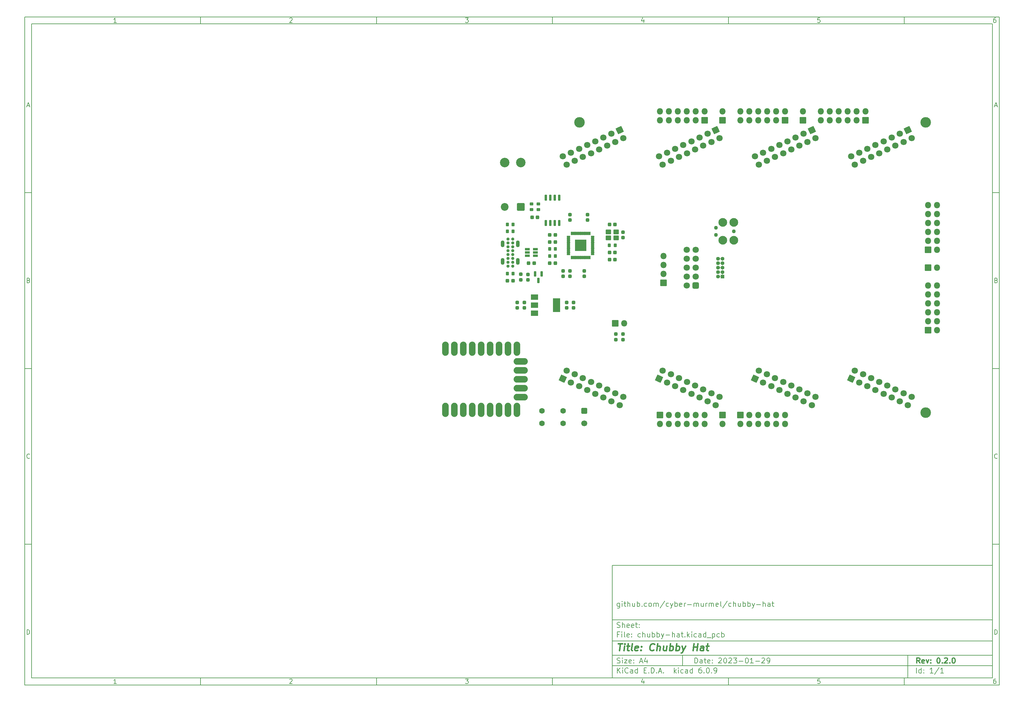
<source format=gbr>
%TF.GenerationSoftware,KiCad,Pcbnew,6.0.9*%
%TF.CreationDate,2023-01-30T01:57:00+01:00*%
%TF.ProjectId,chubby-hat,63687562-6279-42d6-9861-742e6b696361,0.2.0*%
%TF.SameCoordinates,Original*%
%TF.FileFunction,Soldermask,Bot*%
%TF.FilePolarity,Negative*%
%FSLAX46Y46*%
G04 Gerber Fmt 4.6, Leading zero omitted, Abs format (unit mm)*
G04 Created by KiCad (PCBNEW 6.0.9) date 2023-01-30 01:57:00*
%MOMM*%
%LPD*%
G01*
G04 APERTURE LIST*
G04 Aperture macros list*
%AMRoundRect*
0 Rectangle with rounded corners*
0 $1 Rounding radius*
0 $2 $3 $4 $5 $6 $7 $8 $9 X,Y pos of 4 corners*
0 Add a 4 corners polygon primitive as box body*
4,1,4,$2,$3,$4,$5,$6,$7,$8,$9,$2,$3,0*
0 Add four circle primitives for the rounded corners*
1,1,$1+$1,$2,$3*
1,1,$1+$1,$4,$5*
1,1,$1+$1,$6,$7*
1,1,$1+$1,$8,$9*
0 Add four rect primitives between the rounded corners*
20,1,$1+$1,$2,$3,$4,$5,0*
20,1,$1+$1,$4,$5,$6,$7,0*
20,1,$1+$1,$6,$7,$8,$9,0*
20,1,$1+$1,$8,$9,$2,$3,0*%
%AMHorizOval*
0 Thick line with rounded ends*
0 $1 width*
0 $2 $3 position (X,Y) of the first rounded end (center of the circle)*
0 $4 $5 position (X,Y) of the second rounded end (center of the circle)*
0 Add line between two ends*
20,1,$1,$2,$3,$4,$5,0*
0 Add two circle primitives to create the rounded ends*
1,1,$1,$2,$3*
1,1,$1,$4,$5*%
G04 Aperture macros list end*
%ADD10C,0.100000*%
%ADD11C,0.150000*%
%ADD12C,0.300000*%
%ADD13C,0.400000*%
%ADD14C,3.000000*%
%ADD15C,0.900000*%
%ADD16O,1.100000X1.900000*%
%ADD17RoundRect,0.050000X0.850000X-0.850000X0.850000X0.850000X-0.850000X0.850000X-0.850000X-0.850000X0*%
%ADD18O,1.800000X1.800000*%
%ADD19RoundRect,0.050000X-0.850000X0.850000X-0.850000X-0.850000X0.850000X-0.850000X0.850000X0.850000X0*%
%ADD20C,1.879600*%
%ADD21C,2.700000*%
%ADD22RoundRect,0.300001X0.799999X0.799999X-0.799999X0.799999X-0.799999X-0.799999X0.799999X-0.799999X0*%
%ADD23C,2.200000*%
%ADD24C,2.474900*%
%ADD25C,1.090600*%
%ADD26RoundRect,0.050000X0.850000X0.850000X-0.850000X0.850000X-0.850000X-0.850000X0.850000X-0.850000X0*%
%ADD27C,1.600000*%
%ADD28RoundRect,0.300000X-0.550000X0.550000X-0.550000X-0.550000X0.550000X-0.550000X0.550000X0.550000X0*%
%ADD29C,1.700000*%
%ADD30RoundRect,0.300000X0.600000X0.600000X-0.600000X0.600000X-0.600000X-0.600000X0.600000X-0.600000X0*%
%ADD31C,1.800000*%
%ADD32RoundRect,0.050000X-0.850000X-0.850000X0.850000X-0.850000X0.850000X0.850000X-0.850000X0.850000X0*%
%ADD33RoundRect,0.050000X0.500000X0.500000X-0.500000X0.500000X-0.500000X-0.500000X0.500000X-0.500000X0*%
%ADD34O,1.100000X1.100000*%
%ADD35RoundRect,0.050000X0.700000X0.600000X-0.700000X0.600000X-0.700000X-0.600000X0.700000X-0.600000X0*%
%ADD36RoundRect,0.275000X-0.225000X-0.250000X0.225000X-0.250000X0.225000X0.250000X-0.225000X0.250000X0*%
%ADD37RoundRect,0.050000X-0.411136X1.129587X-1.129587X-0.411136X0.411136X-1.129587X1.129587X0.411136X0*%
%ADD38HorizOval,1.800000X0.000000X0.000000X0.000000X0.000000X0*%
%ADD39RoundRect,0.250000X-0.200000X-0.275000X0.200000X-0.275000X0.200000X0.275000X-0.200000X0.275000X0*%
%ADD40RoundRect,0.250000X0.200000X0.275000X-0.200000X0.275000X-0.200000X-0.275000X0.200000X-0.275000X0*%
%ADD41RoundRect,0.050000X1.129587X-0.411136X0.411136X1.129587X-1.129587X0.411136X-0.411136X-1.129587X0*%
%ADD42HorizOval,1.800000X0.000000X0.000000X0.000000X0.000000X0*%
%ADD43RoundRect,0.268750X0.256250X-0.218750X0.256250X0.218750X-0.256250X0.218750X-0.256250X-0.218750X0*%
%ADD44RoundRect,0.275000X0.250000X-0.225000X0.250000X0.225000X-0.250000X0.225000X-0.250000X-0.225000X0*%
%ADD45RoundRect,0.275000X0.225000X0.250000X-0.225000X0.250000X-0.225000X-0.250000X0.225000X-0.250000X0*%
%ADD46RoundRect,0.275000X-0.250000X0.225000X-0.250000X-0.225000X0.250000X-0.225000X0.250000X0.225000X0*%
%ADD47RoundRect,0.200000X0.512500X0.150000X-0.512500X0.150000X-0.512500X-0.150000X0.512500X-0.150000X0*%
%ADD48RoundRect,0.100000X-0.050000X0.387500X-0.050000X-0.387500X0.050000X-0.387500X0.050000X0.387500X0*%
%ADD49RoundRect,0.100000X-0.387500X0.050000X-0.387500X-0.050000X0.387500X-0.050000X0.387500X0.050000X0*%
%ADD50RoundRect,0.050000X-1.600000X1.600000X-1.600000X-1.600000X1.600000X-1.600000X1.600000X1.600000X0*%
%ADD51RoundRect,0.200000X-0.150000X0.650000X-0.150000X-0.650000X0.150000X-0.650000X0.150000X0.650000X0*%
%ADD52RoundRect,0.050000X-1.000000X-0.750000X1.000000X-0.750000X1.000000X0.750000X-1.000000X0.750000X0*%
%ADD53RoundRect,0.050000X-1.000000X-1.900000X1.000000X-1.900000X1.000000X1.900000X-1.000000X1.900000X0*%
%ADD54RoundRect,0.250000X0.275000X-0.200000X0.275000X0.200000X-0.275000X0.200000X-0.275000X-0.200000X0*%
%ADD55O,1.879600X3.657600*%
%ADD56O,3.657600X1.879600*%
%ADD57RoundRect,0.200000X-0.150000X0.587500X-0.150000X-0.587500X0.150000X-0.587500X0.150000X0.587500X0*%
G04 APERTURE END LIST*
D10*
D11*
X177002200Y-166007200D02*
X177002200Y-198007200D01*
X285002200Y-198007200D01*
X285002200Y-166007200D01*
X177002200Y-166007200D01*
D10*
D11*
X10000000Y-10000000D02*
X10000000Y-200007200D01*
X287002200Y-200007200D01*
X287002200Y-10000000D01*
X10000000Y-10000000D01*
D10*
D11*
X12000000Y-12000000D02*
X12000000Y-198007200D01*
X285002200Y-198007200D01*
X285002200Y-12000000D01*
X12000000Y-12000000D01*
D10*
D11*
X60000000Y-12000000D02*
X60000000Y-10000000D01*
D10*
D11*
X110000000Y-12000000D02*
X110000000Y-10000000D01*
D10*
D11*
X160000000Y-12000000D02*
X160000000Y-10000000D01*
D10*
D11*
X210000000Y-12000000D02*
X210000000Y-10000000D01*
D10*
D11*
X260000000Y-12000000D02*
X260000000Y-10000000D01*
D10*
D11*
X36065476Y-11588095D02*
X35322619Y-11588095D01*
X35694047Y-11588095D02*
X35694047Y-10288095D01*
X35570238Y-10473809D01*
X35446428Y-10597619D01*
X35322619Y-10659523D01*
D10*
D11*
X85322619Y-10411904D02*
X85384523Y-10350000D01*
X85508333Y-10288095D01*
X85817857Y-10288095D01*
X85941666Y-10350000D01*
X86003571Y-10411904D01*
X86065476Y-10535714D01*
X86065476Y-10659523D01*
X86003571Y-10845238D01*
X85260714Y-11588095D01*
X86065476Y-11588095D01*
D10*
D11*
X135260714Y-10288095D02*
X136065476Y-10288095D01*
X135632142Y-10783333D01*
X135817857Y-10783333D01*
X135941666Y-10845238D01*
X136003571Y-10907142D01*
X136065476Y-11030952D01*
X136065476Y-11340476D01*
X136003571Y-11464285D01*
X135941666Y-11526190D01*
X135817857Y-11588095D01*
X135446428Y-11588095D01*
X135322619Y-11526190D01*
X135260714Y-11464285D01*
D10*
D11*
X185941666Y-10721428D02*
X185941666Y-11588095D01*
X185632142Y-10226190D02*
X185322619Y-11154761D01*
X186127380Y-11154761D01*
D10*
D11*
X236003571Y-10288095D02*
X235384523Y-10288095D01*
X235322619Y-10907142D01*
X235384523Y-10845238D01*
X235508333Y-10783333D01*
X235817857Y-10783333D01*
X235941666Y-10845238D01*
X236003571Y-10907142D01*
X236065476Y-11030952D01*
X236065476Y-11340476D01*
X236003571Y-11464285D01*
X235941666Y-11526190D01*
X235817857Y-11588095D01*
X235508333Y-11588095D01*
X235384523Y-11526190D01*
X235322619Y-11464285D01*
D10*
D11*
X285941666Y-10288095D02*
X285694047Y-10288095D01*
X285570238Y-10350000D01*
X285508333Y-10411904D01*
X285384523Y-10597619D01*
X285322619Y-10845238D01*
X285322619Y-11340476D01*
X285384523Y-11464285D01*
X285446428Y-11526190D01*
X285570238Y-11588095D01*
X285817857Y-11588095D01*
X285941666Y-11526190D01*
X286003571Y-11464285D01*
X286065476Y-11340476D01*
X286065476Y-11030952D01*
X286003571Y-10907142D01*
X285941666Y-10845238D01*
X285817857Y-10783333D01*
X285570238Y-10783333D01*
X285446428Y-10845238D01*
X285384523Y-10907142D01*
X285322619Y-11030952D01*
D10*
D11*
X60000000Y-198007200D02*
X60000000Y-200007200D01*
D10*
D11*
X110000000Y-198007200D02*
X110000000Y-200007200D01*
D10*
D11*
X160000000Y-198007200D02*
X160000000Y-200007200D01*
D10*
D11*
X210000000Y-198007200D02*
X210000000Y-200007200D01*
D10*
D11*
X260000000Y-198007200D02*
X260000000Y-200007200D01*
D10*
D11*
X36065476Y-199595295D02*
X35322619Y-199595295D01*
X35694047Y-199595295D02*
X35694047Y-198295295D01*
X35570238Y-198481009D01*
X35446428Y-198604819D01*
X35322619Y-198666723D01*
D10*
D11*
X85322619Y-198419104D02*
X85384523Y-198357200D01*
X85508333Y-198295295D01*
X85817857Y-198295295D01*
X85941666Y-198357200D01*
X86003571Y-198419104D01*
X86065476Y-198542914D01*
X86065476Y-198666723D01*
X86003571Y-198852438D01*
X85260714Y-199595295D01*
X86065476Y-199595295D01*
D10*
D11*
X135260714Y-198295295D02*
X136065476Y-198295295D01*
X135632142Y-198790533D01*
X135817857Y-198790533D01*
X135941666Y-198852438D01*
X136003571Y-198914342D01*
X136065476Y-199038152D01*
X136065476Y-199347676D01*
X136003571Y-199471485D01*
X135941666Y-199533390D01*
X135817857Y-199595295D01*
X135446428Y-199595295D01*
X135322619Y-199533390D01*
X135260714Y-199471485D01*
D10*
D11*
X185941666Y-198728628D02*
X185941666Y-199595295D01*
X185632142Y-198233390D02*
X185322619Y-199161961D01*
X186127380Y-199161961D01*
D10*
D11*
X236003571Y-198295295D02*
X235384523Y-198295295D01*
X235322619Y-198914342D01*
X235384523Y-198852438D01*
X235508333Y-198790533D01*
X235817857Y-198790533D01*
X235941666Y-198852438D01*
X236003571Y-198914342D01*
X236065476Y-199038152D01*
X236065476Y-199347676D01*
X236003571Y-199471485D01*
X235941666Y-199533390D01*
X235817857Y-199595295D01*
X235508333Y-199595295D01*
X235384523Y-199533390D01*
X235322619Y-199471485D01*
D10*
D11*
X285941666Y-198295295D02*
X285694047Y-198295295D01*
X285570238Y-198357200D01*
X285508333Y-198419104D01*
X285384523Y-198604819D01*
X285322619Y-198852438D01*
X285322619Y-199347676D01*
X285384523Y-199471485D01*
X285446428Y-199533390D01*
X285570238Y-199595295D01*
X285817857Y-199595295D01*
X285941666Y-199533390D01*
X286003571Y-199471485D01*
X286065476Y-199347676D01*
X286065476Y-199038152D01*
X286003571Y-198914342D01*
X285941666Y-198852438D01*
X285817857Y-198790533D01*
X285570238Y-198790533D01*
X285446428Y-198852438D01*
X285384523Y-198914342D01*
X285322619Y-199038152D01*
D10*
D11*
X10000000Y-60000000D02*
X12000000Y-60000000D01*
D10*
D11*
X10000000Y-110000000D02*
X12000000Y-110000000D01*
D10*
D11*
X10000000Y-160000000D02*
X12000000Y-160000000D01*
D10*
D11*
X10690476Y-35216666D02*
X11309523Y-35216666D01*
X10566666Y-35588095D02*
X11000000Y-34288095D01*
X11433333Y-35588095D01*
D10*
D11*
X11092857Y-84907142D02*
X11278571Y-84969047D01*
X11340476Y-85030952D01*
X11402380Y-85154761D01*
X11402380Y-85340476D01*
X11340476Y-85464285D01*
X11278571Y-85526190D01*
X11154761Y-85588095D01*
X10659523Y-85588095D01*
X10659523Y-84288095D01*
X11092857Y-84288095D01*
X11216666Y-84350000D01*
X11278571Y-84411904D01*
X11340476Y-84535714D01*
X11340476Y-84659523D01*
X11278571Y-84783333D01*
X11216666Y-84845238D01*
X11092857Y-84907142D01*
X10659523Y-84907142D01*
D10*
D11*
X11402380Y-135464285D02*
X11340476Y-135526190D01*
X11154761Y-135588095D01*
X11030952Y-135588095D01*
X10845238Y-135526190D01*
X10721428Y-135402380D01*
X10659523Y-135278571D01*
X10597619Y-135030952D01*
X10597619Y-134845238D01*
X10659523Y-134597619D01*
X10721428Y-134473809D01*
X10845238Y-134350000D01*
X11030952Y-134288095D01*
X11154761Y-134288095D01*
X11340476Y-134350000D01*
X11402380Y-134411904D01*
D10*
D11*
X10659523Y-185588095D02*
X10659523Y-184288095D01*
X10969047Y-184288095D01*
X11154761Y-184350000D01*
X11278571Y-184473809D01*
X11340476Y-184597619D01*
X11402380Y-184845238D01*
X11402380Y-185030952D01*
X11340476Y-185278571D01*
X11278571Y-185402380D01*
X11154761Y-185526190D01*
X10969047Y-185588095D01*
X10659523Y-185588095D01*
D10*
D11*
X287002200Y-60000000D02*
X285002200Y-60000000D01*
D10*
D11*
X287002200Y-110000000D02*
X285002200Y-110000000D01*
D10*
D11*
X287002200Y-160000000D02*
X285002200Y-160000000D01*
D10*
D11*
X285692676Y-35216666D02*
X286311723Y-35216666D01*
X285568866Y-35588095D02*
X286002200Y-34288095D01*
X286435533Y-35588095D01*
D10*
D11*
X286095057Y-84907142D02*
X286280771Y-84969047D01*
X286342676Y-85030952D01*
X286404580Y-85154761D01*
X286404580Y-85340476D01*
X286342676Y-85464285D01*
X286280771Y-85526190D01*
X286156961Y-85588095D01*
X285661723Y-85588095D01*
X285661723Y-84288095D01*
X286095057Y-84288095D01*
X286218866Y-84350000D01*
X286280771Y-84411904D01*
X286342676Y-84535714D01*
X286342676Y-84659523D01*
X286280771Y-84783333D01*
X286218866Y-84845238D01*
X286095057Y-84907142D01*
X285661723Y-84907142D01*
D10*
D11*
X286404580Y-135464285D02*
X286342676Y-135526190D01*
X286156961Y-135588095D01*
X286033152Y-135588095D01*
X285847438Y-135526190D01*
X285723628Y-135402380D01*
X285661723Y-135278571D01*
X285599819Y-135030952D01*
X285599819Y-134845238D01*
X285661723Y-134597619D01*
X285723628Y-134473809D01*
X285847438Y-134350000D01*
X286033152Y-134288095D01*
X286156961Y-134288095D01*
X286342676Y-134350000D01*
X286404580Y-134411904D01*
D10*
D11*
X285661723Y-185588095D02*
X285661723Y-184288095D01*
X285971247Y-184288095D01*
X286156961Y-184350000D01*
X286280771Y-184473809D01*
X286342676Y-184597619D01*
X286404580Y-184845238D01*
X286404580Y-185030952D01*
X286342676Y-185278571D01*
X286280771Y-185402380D01*
X286156961Y-185526190D01*
X285971247Y-185588095D01*
X285661723Y-185588095D01*
D10*
D11*
X200434342Y-193785771D02*
X200434342Y-192285771D01*
X200791485Y-192285771D01*
X201005771Y-192357200D01*
X201148628Y-192500057D01*
X201220057Y-192642914D01*
X201291485Y-192928628D01*
X201291485Y-193142914D01*
X201220057Y-193428628D01*
X201148628Y-193571485D01*
X201005771Y-193714342D01*
X200791485Y-193785771D01*
X200434342Y-193785771D01*
X202577200Y-193785771D02*
X202577200Y-193000057D01*
X202505771Y-192857200D01*
X202362914Y-192785771D01*
X202077200Y-192785771D01*
X201934342Y-192857200D01*
X202577200Y-193714342D02*
X202434342Y-193785771D01*
X202077200Y-193785771D01*
X201934342Y-193714342D01*
X201862914Y-193571485D01*
X201862914Y-193428628D01*
X201934342Y-193285771D01*
X202077200Y-193214342D01*
X202434342Y-193214342D01*
X202577200Y-193142914D01*
X203077200Y-192785771D02*
X203648628Y-192785771D01*
X203291485Y-192285771D02*
X203291485Y-193571485D01*
X203362914Y-193714342D01*
X203505771Y-193785771D01*
X203648628Y-193785771D01*
X204720057Y-193714342D02*
X204577200Y-193785771D01*
X204291485Y-193785771D01*
X204148628Y-193714342D01*
X204077200Y-193571485D01*
X204077200Y-193000057D01*
X204148628Y-192857200D01*
X204291485Y-192785771D01*
X204577200Y-192785771D01*
X204720057Y-192857200D01*
X204791485Y-193000057D01*
X204791485Y-193142914D01*
X204077200Y-193285771D01*
X205434342Y-193642914D02*
X205505771Y-193714342D01*
X205434342Y-193785771D01*
X205362914Y-193714342D01*
X205434342Y-193642914D01*
X205434342Y-193785771D01*
X205434342Y-192857200D02*
X205505771Y-192928628D01*
X205434342Y-193000057D01*
X205362914Y-192928628D01*
X205434342Y-192857200D01*
X205434342Y-193000057D01*
X207220057Y-192428628D02*
X207291485Y-192357200D01*
X207434342Y-192285771D01*
X207791485Y-192285771D01*
X207934342Y-192357200D01*
X208005771Y-192428628D01*
X208077200Y-192571485D01*
X208077200Y-192714342D01*
X208005771Y-192928628D01*
X207148628Y-193785771D01*
X208077200Y-193785771D01*
X209005771Y-192285771D02*
X209148628Y-192285771D01*
X209291485Y-192357200D01*
X209362914Y-192428628D01*
X209434342Y-192571485D01*
X209505771Y-192857200D01*
X209505771Y-193214342D01*
X209434342Y-193500057D01*
X209362914Y-193642914D01*
X209291485Y-193714342D01*
X209148628Y-193785771D01*
X209005771Y-193785771D01*
X208862914Y-193714342D01*
X208791485Y-193642914D01*
X208720057Y-193500057D01*
X208648628Y-193214342D01*
X208648628Y-192857200D01*
X208720057Y-192571485D01*
X208791485Y-192428628D01*
X208862914Y-192357200D01*
X209005771Y-192285771D01*
X210077200Y-192428628D02*
X210148628Y-192357200D01*
X210291485Y-192285771D01*
X210648628Y-192285771D01*
X210791485Y-192357200D01*
X210862914Y-192428628D01*
X210934342Y-192571485D01*
X210934342Y-192714342D01*
X210862914Y-192928628D01*
X210005771Y-193785771D01*
X210934342Y-193785771D01*
X211434342Y-192285771D02*
X212362914Y-192285771D01*
X211862914Y-192857200D01*
X212077200Y-192857200D01*
X212220057Y-192928628D01*
X212291485Y-193000057D01*
X212362914Y-193142914D01*
X212362914Y-193500057D01*
X212291485Y-193642914D01*
X212220057Y-193714342D01*
X212077200Y-193785771D01*
X211648628Y-193785771D01*
X211505771Y-193714342D01*
X211434342Y-193642914D01*
X213005771Y-193214342D02*
X214148628Y-193214342D01*
X215148628Y-192285771D02*
X215291485Y-192285771D01*
X215434342Y-192357200D01*
X215505771Y-192428628D01*
X215577200Y-192571485D01*
X215648628Y-192857200D01*
X215648628Y-193214342D01*
X215577200Y-193500057D01*
X215505771Y-193642914D01*
X215434342Y-193714342D01*
X215291485Y-193785771D01*
X215148628Y-193785771D01*
X215005771Y-193714342D01*
X214934342Y-193642914D01*
X214862914Y-193500057D01*
X214791485Y-193214342D01*
X214791485Y-192857200D01*
X214862914Y-192571485D01*
X214934342Y-192428628D01*
X215005771Y-192357200D01*
X215148628Y-192285771D01*
X217077200Y-193785771D02*
X216220057Y-193785771D01*
X216648628Y-193785771D02*
X216648628Y-192285771D01*
X216505771Y-192500057D01*
X216362914Y-192642914D01*
X216220057Y-192714342D01*
X217720057Y-193214342D02*
X218862914Y-193214342D01*
X219505771Y-192428628D02*
X219577200Y-192357200D01*
X219720057Y-192285771D01*
X220077200Y-192285771D01*
X220220057Y-192357200D01*
X220291485Y-192428628D01*
X220362914Y-192571485D01*
X220362914Y-192714342D01*
X220291485Y-192928628D01*
X219434342Y-193785771D01*
X220362914Y-193785771D01*
X221077200Y-193785771D02*
X221362914Y-193785771D01*
X221505771Y-193714342D01*
X221577200Y-193642914D01*
X221720057Y-193428628D01*
X221791485Y-193142914D01*
X221791485Y-192571485D01*
X221720057Y-192428628D01*
X221648628Y-192357200D01*
X221505771Y-192285771D01*
X221220057Y-192285771D01*
X221077200Y-192357200D01*
X221005771Y-192428628D01*
X220934342Y-192571485D01*
X220934342Y-192928628D01*
X221005771Y-193071485D01*
X221077200Y-193142914D01*
X221220057Y-193214342D01*
X221505771Y-193214342D01*
X221648628Y-193142914D01*
X221720057Y-193071485D01*
X221791485Y-192928628D01*
D10*
D11*
X177002200Y-194507200D02*
X285002200Y-194507200D01*
D10*
D11*
X178434342Y-196585771D02*
X178434342Y-195085771D01*
X179291485Y-196585771D02*
X178648628Y-195728628D01*
X179291485Y-195085771D02*
X178434342Y-195942914D01*
X179934342Y-196585771D02*
X179934342Y-195585771D01*
X179934342Y-195085771D02*
X179862914Y-195157200D01*
X179934342Y-195228628D01*
X180005771Y-195157200D01*
X179934342Y-195085771D01*
X179934342Y-195228628D01*
X181505771Y-196442914D02*
X181434342Y-196514342D01*
X181220057Y-196585771D01*
X181077200Y-196585771D01*
X180862914Y-196514342D01*
X180720057Y-196371485D01*
X180648628Y-196228628D01*
X180577200Y-195942914D01*
X180577200Y-195728628D01*
X180648628Y-195442914D01*
X180720057Y-195300057D01*
X180862914Y-195157200D01*
X181077200Y-195085771D01*
X181220057Y-195085771D01*
X181434342Y-195157200D01*
X181505771Y-195228628D01*
X182791485Y-196585771D02*
X182791485Y-195800057D01*
X182720057Y-195657200D01*
X182577200Y-195585771D01*
X182291485Y-195585771D01*
X182148628Y-195657200D01*
X182791485Y-196514342D02*
X182648628Y-196585771D01*
X182291485Y-196585771D01*
X182148628Y-196514342D01*
X182077200Y-196371485D01*
X182077200Y-196228628D01*
X182148628Y-196085771D01*
X182291485Y-196014342D01*
X182648628Y-196014342D01*
X182791485Y-195942914D01*
X184148628Y-196585771D02*
X184148628Y-195085771D01*
X184148628Y-196514342D02*
X184005771Y-196585771D01*
X183720057Y-196585771D01*
X183577200Y-196514342D01*
X183505771Y-196442914D01*
X183434342Y-196300057D01*
X183434342Y-195871485D01*
X183505771Y-195728628D01*
X183577200Y-195657200D01*
X183720057Y-195585771D01*
X184005771Y-195585771D01*
X184148628Y-195657200D01*
X186005771Y-195800057D02*
X186505771Y-195800057D01*
X186720057Y-196585771D02*
X186005771Y-196585771D01*
X186005771Y-195085771D01*
X186720057Y-195085771D01*
X187362914Y-196442914D02*
X187434342Y-196514342D01*
X187362914Y-196585771D01*
X187291485Y-196514342D01*
X187362914Y-196442914D01*
X187362914Y-196585771D01*
X188077200Y-196585771D02*
X188077200Y-195085771D01*
X188434342Y-195085771D01*
X188648628Y-195157200D01*
X188791485Y-195300057D01*
X188862914Y-195442914D01*
X188934342Y-195728628D01*
X188934342Y-195942914D01*
X188862914Y-196228628D01*
X188791485Y-196371485D01*
X188648628Y-196514342D01*
X188434342Y-196585771D01*
X188077200Y-196585771D01*
X189577200Y-196442914D02*
X189648628Y-196514342D01*
X189577200Y-196585771D01*
X189505771Y-196514342D01*
X189577200Y-196442914D01*
X189577200Y-196585771D01*
X190220057Y-196157200D02*
X190934342Y-196157200D01*
X190077200Y-196585771D02*
X190577200Y-195085771D01*
X191077200Y-196585771D01*
X191577200Y-196442914D02*
X191648628Y-196514342D01*
X191577200Y-196585771D01*
X191505771Y-196514342D01*
X191577200Y-196442914D01*
X191577200Y-196585771D01*
X194577200Y-196585771D02*
X194577200Y-195085771D01*
X194720057Y-196014342D02*
X195148628Y-196585771D01*
X195148628Y-195585771D02*
X194577200Y-196157200D01*
X195791485Y-196585771D02*
X195791485Y-195585771D01*
X195791485Y-195085771D02*
X195720057Y-195157200D01*
X195791485Y-195228628D01*
X195862914Y-195157200D01*
X195791485Y-195085771D01*
X195791485Y-195228628D01*
X197148628Y-196514342D02*
X197005771Y-196585771D01*
X196720057Y-196585771D01*
X196577200Y-196514342D01*
X196505771Y-196442914D01*
X196434342Y-196300057D01*
X196434342Y-195871485D01*
X196505771Y-195728628D01*
X196577200Y-195657200D01*
X196720057Y-195585771D01*
X197005771Y-195585771D01*
X197148628Y-195657200D01*
X198434342Y-196585771D02*
X198434342Y-195800057D01*
X198362914Y-195657200D01*
X198220057Y-195585771D01*
X197934342Y-195585771D01*
X197791485Y-195657200D01*
X198434342Y-196514342D02*
X198291485Y-196585771D01*
X197934342Y-196585771D01*
X197791485Y-196514342D01*
X197720057Y-196371485D01*
X197720057Y-196228628D01*
X197791485Y-196085771D01*
X197934342Y-196014342D01*
X198291485Y-196014342D01*
X198434342Y-195942914D01*
X199791485Y-196585771D02*
X199791485Y-195085771D01*
X199791485Y-196514342D02*
X199648628Y-196585771D01*
X199362914Y-196585771D01*
X199220057Y-196514342D01*
X199148628Y-196442914D01*
X199077200Y-196300057D01*
X199077200Y-195871485D01*
X199148628Y-195728628D01*
X199220057Y-195657200D01*
X199362914Y-195585771D01*
X199648628Y-195585771D01*
X199791485Y-195657200D01*
X202291485Y-195085771D02*
X202005771Y-195085771D01*
X201862914Y-195157200D01*
X201791485Y-195228628D01*
X201648628Y-195442914D01*
X201577200Y-195728628D01*
X201577200Y-196300057D01*
X201648628Y-196442914D01*
X201720057Y-196514342D01*
X201862914Y-196585771D01*
X202148628Y-196585771D01*
X202291485Y-196514342D01*
X202362914Y-196442914D01*
X202434342Y-196300057D01*
X202434342Y-195942914D01*
X202362914Y-195800057D01*
X202291485Y-195728628D01*
X202148628Y-195657200D01*
X201862914Y-195657200D01*
X201720057Y-195728628D01*
X201648628Y-195800057D01*
X201577200Y-195942914D01*
X203077200Y-196442914D02*
X203148628Y-196514342D01*
X203077200Y-196585771D01*
X203005771Y-196514342D01*
X203077200Y-196442914D01*
X203077200Y-196585771D01*
X204077200Y-195085771D02*
X204220057Y-195085771D01*
X204362914Y-195157200D01*
X204434342Y-195228628D01*
X204505771Y-195371485D01*
X204577200Y-195657200D01*
X204577200Y-196014342D01*
X204505771Y-196300057D01*
X204434342Y-196442914D01*
X204362914Y-196514342D01*
X204220057Y-196585771D01*
X204077200Y-196585771D01*
X203934342Y-196514342D01*
X203862914Y-196442914D01*
X203791485Y-196300057D01*
X203720057Y-196014342D01*
X203720057Y-195657200D01*
X203791485Y-195371485D01*
X203862914Y-195228628D01*
X203934342Y-195157200D01*
X204077200Y-195085771D01*
X205220057Y-196442914D02*
X205291485Y-196514342D01*
X205220057Y-196585771D01*
X205148628Y-196514342D01*
X205220057Y-196442914D01*
X205220057Y-196585771D01*
X206005771Y-196585771D02*
X206291485Y-196585771D01*
X206434342Y-196514342D01*
X206505771Y-196442914D01*
X206648628Y-196228628D01*
X206720057Y-195942914D01*
X206720057Y-195371485D01*
X206648628Y-195228628D01*
X206577200Y-195157200D01*
X206434342Y-195085771D01*
X206148628Y-195085771D01*
X206005771Y-195157200D01*
X205934342Y-195228628D01*
X205862914Y-195371485D01*
X205862914Y-195728628D01*
X205934342Y-195871485D01*
X206005771Y-195942914D01*
X206148628Y-196014342D01*
X206434342Y-196014342D01*
X206577200Y-195942914D01*
X206648628Y-195871485D01*
X206720057Y-195728628D01*
D10*
D11*
X177002200Y-191507200D02*
X285002200Y-191507200D01*
D10*
D12*
X264411485Y-193785771D02*
X263911485Y-193071485D01*
X263554342Y-193785771D02*
X263554342Y-192285771D01*
X264125771Y-192285771D01*
X264268628Y-192357200D01*
X264340057Y-192428628D01*
X264411485Y-192571485D01*
X264411485Y-192785771D01*
X264340057Y-192928628D01*
X264268628Y-193000057D01*
X264125771Y-193071485D01*
X263554342Y-193071485D01*
X265625771Y-193714342D02*
X265482914Y-193785771D01*
X265197200Y-193785771D01*
X265054342Y-193714342D01*
X264982914Y-193571485D01*
X264982914Y-193000057D01*
X265054342Y-192857200D01*
X265197200Y-192785771D01*
X265482914Y-192785771D01*
X265625771Y-192857200D01*
X265697200Y-193000057D01*
X265697200Y-193142914D01*
X264982914Y-193285771D01*
X266197200Y-192785771D02*
X266554342Y-193785771D01*
X266911485Y-192785771D01*
X267482914Y-193642914D02*
X267554342Y-193714342D01*
X267482914Y-193785771D01*
X267411485Y-193714342D01*
X267482914Y-193642914D01*
X267482914Y-193785771D01*
X267482914Y-192857200D02*
X267554342Y-192928628D01*
X267482914Y-193000057D01*
X267411485Y-192928628D01*
X267482914Y-192857200D01*
X267482914Y-193000057D01*
X269625771Y-192285771D02*
X269768628Y-192285771D01*
X269911485Y-192357200D01*
X269982914Y-192428628D01*
X270054342Y-192571485D01*
X270125771Y-192857200D01*
X270125771Y-193214342D01*
X270054342Y-193500057D01*
X269982914Y-193642914D01*
X269911485Y-193714342D01*
X269768628Y-193785771D01*
X269625771Y-193785771D01*
X269482914Y-193714342D01*
X269411485Y-193642914D01*
X269340057Y-193500057D01*
X269268628Y-193214342D01*
X269268628Y-192857200D01*
X269340057Y-192571485D01*
X269411485Y-192428628D01*
X269482914Y-192357200D01*
X269625771Y-192285771D01*
X270768628Y-193642914D02*
X270840057Y-193714342D01*
X270768628Y-193785771D01*
X270697200Y-193714342D01*
X270768628Y-193642914D01*
X270768628Y-193785771D01*
X271411485Y-192428628D02*
X271482914Y-192357200D01*
X271625771Y-192285771D01*
X271982914Y-192285771D01*
X272125771Y-192357200D01*
X272197200Y-192428628D01*
X272268628Y-192571485D01*
X272268628Y-192714342D01*
X272197200Y-192928628D01*
X271340057Y-193785771D01*
X272268628Y-193785771D01*
X272911485Y-193642914D02*
X272982914Y-193714342D01*
X272911485Y-193785771D01*
X272840057Y-193714342D01*
X272911485Y-193642914D01*
X272911485Y-193785771D01*
X273911485Y-192285771D02*
X274054342Y-192285771D01*
X274197200Y-192357200D01*
X274268628Y-192428628D01*
X274340057Y-192571485D01*
X274411485Y-192857200D01*
X274411485Y-193214342D01*
X274340057Y-193500057D01*
X274268628Y-193642914D01*
X274197200Y-193714342D01*
X274054342Y-193785771D01*
X273911485Y-193785771D01*
X273768628Y-193714342D01*
X273697200Y-193642914D01*
X273625771Y-193500057D01*
X273554342Y-193214342D01*
X273554342Y-192857200D01*
X273625771Y-192571485D01*
X273697200Y-192428628D01*
X273768628Y-192357200D01*
X273911485Y-192285771D01*
D10*
D11*
X178362914Y-193714342D02*
X178577200Y-193785771D01*
X178934342Y-193785771D01*
X179077200Y-193714342D01*
X179148628Y-193642914D01*
X179220057Y-193500057D01*
X179220057Y-193357200D01*
X179148628Y-193214342D01*
X179077200Y-193142914D01*
X178934342Y-193071485D01*
X178648628Y-193000057D01*
X178505771Y-192928628D01*
X178434342Y-192857200D01*
X178362914Y-192714342D01*
X178362914Y-192571485D01*
X178434342Y-192428628D01*
X178505771Y-192357200D01*
X178648628Y-192285771D01*
X179005771Y-192285771D01*
X179220057Y-192357200D01*
X179862914Y-193785771D02*
X179862914Y-192785771D01*
X179862914Y-192285771D02*
X179791485Y-192357200D01*
X179862914Y-192428628D01*
X179934342Y-192357200D01*
X179862914Y-192285771D01*
X179862914Y-192428628D01*
X180434342Y-192785771D02*
X181220057Y-192785771D01*
X180434342Y-193785771D01*
X181220057Y-193785771D01*
X182362914Y-193714342D02*
X182220057Y-193785771D01*
X181934342Y-193785771D01*
X181791485Y-193714342D01*
X181720057Y-193571485D01*
X181720057Y-193000057D01*
X181791485Y-192857200D01*
X181934342Y-192785771D01*
X182220057Y-192785771D01*
X182362914Y-192857200D01*
X182434342Y-193000057D01*
X182434342Y-193142914D01*
X181720057Y-193285771D01*
X183077200Y-193642914D02*
X183148628Y-193714342D01*
X183077200Y-193785771D01*
X183005771Y-193714342D01*
X183077200Y-193642914D01*
X183077200Y-193785771D01*
X183077200Y-192857200D02*
X183148628Y-192928628D01*
X183077200Y-193000057D01*
X183005771Y-192928628D01*
X183077200Y-192857200D01*
X183077200Y-193000057D01*
X184862914Y-193357200D02*
X185577200Y-193357200D01*
X184720057Y-193785771D02*
X185220057Y-192285771D01*
X185720057Y-193785771D01*
X186862914Y-192785771D02*
X186862914Y-193785771D01*
X186505771Y-192214342D02*
X186148628Y-193285771D01*
X187077200Y-193285771D01*
D10*
D11*
X263434342Y-196585771D02*
X263434342Y-195085771D01*
X264791485Y-196585771D02*
X264791485Y-195085771D01*
X264791485Y-196514342D02*
X264648628Y-196585771D01*
X264362914Y-196585771D01*
X264220057Y-196514342D01*
X264148628Y-196442914D01*
X264077200Y-196300057D01*
X264077200Y-195871485D01*
X264148628Y-195728628D01*
X264220057Y-195657200D01*
X264362914Y-195585771D01*
X264648628Y-195585771D01*
X264791485Y-195657200D01*
X265505771Y-196442914D02*
X265577200Y-196514342D01*
X265505771Y-196585771D01*
X265434342Y-196514342D01*
X265505771Y-196442914D01*
X265505771Y-196585771D01*
X265505771Y-195657200D02*
X265577200Y-195728628D01*
X265505771Y-195800057D01*
X265434342Y-195728628D01*
X265505771Y-195657200D01*
X265505771Y-195800057D01*
X268148628Y-196585771D02*
X267291485Y-196585771D01*
X267720057Y-196585771D02*
X267720057Y-195085771D01*
X267577200Y-195300057D01*
X267434342Y-195442914D01*
X267291485Y-195514342D01*
X269862914Y-195014342D02*
X268577200Y-196942914D01*
X271148628Y-196585771D02*
X270291485Y-196585771D01*
X270720057Y-196585771D02*
X270720057Y-195085771D01*
X270577200Y-195300057D01*
X270434342Y-195442914D01*
X270291485Y-195514342D01*
D10*
D11*
X177002200Y-187507200D02*
X285002200Y-187507200D01*
D10*
D13*
X178714580Y-188211961D02*
X179857438Y-188211961D01*
X179036009Y-190211961D02*
X179286009Y-188211961D01*
X180274104Y-190211961D02*
X180440771Y-188878628D01*
X180524104Y-188211961D02*
X180416961Y-188307200D01*
X180500295Y-188402438D01*
X180607438Y-188307200D01*
X180524104Y-188211961D01*
X180500295Y-188402438D01*
X181107438Y-188878628D02*
X181869342Y-188878628D01*
X181476485Y-188211961D02*
X181262200Y-189926247D01*
X181333628Y-190116723D01*
X181512200Y-190211961D01*
X181702676Y-190211961D01*
X182655057Y-190211961D02*
X182476485Y-190116723D01*
X182405057Y-189926247D01*
X182619342Y-188211961D01*
X184190771Y-190116723D02*
X183988390Y-190211961D01*
X183607438Y-190211961D01*
X183428866Y-190116723D01*
X183357438Y-189926247D01*
X183452676Y-189164342D01*
X183571723Y-188973866D01*
X183774104Y-188878628D01*
X184155057Y-188878628D01*
X184333628Y-188973866D01*
X184405057Y-189164342D01*
X184381247Y-189354819D01*
X183405057Y-189545295D01*
X185155057Y-190021485D02*
X185238390Y-190116723D01*
X185131247Y-190211961D01*
X185047914Y-190116723D01*
X185155057Y-190021485D01*
X185131247Y-190211961D01*
X185286009Y-188973866D02*
X185369342Y-189069104D01*
X185262200Y-189164342D01*
X185178866Y-189069104D01*
X185286009Y-188973866D01*
X185262200Y-189164342D01*
X188774104Y-190021485D02*
X188666961Y-190116723D01*
X188369342Y-190211961D01*
X188178866Y-190211961D01*
X187905057Y-190116723D01*
X187738390Y-189926247D01*
X187666961Y-189735771D01*
X187619342Y-189354819D01*
X187655057Y-189069104D01*
X187797914Y-188688152D01*
X187916961Y-188497676D01*
X188131247Y-188307200D01*
X188428866Y-188211961D01*
X188619342Y-188211961D01*
X188893152Y-188307200D01*
X188976485Y-188402438D01*
X189607438Y-190211961D02*
X189857438Y-188211961D01*
X190464580Y-190211961D02*
X190595533Y-189164342D01*
X190524104Y-188973866D01*
X190345533Y-188878628D01*
X190059819Y-188878628D01*
X189857438Y-188973866D01*
X189750295Y-189069104D01*
X192440771Y-188878628D02*
X192274104Y-190211961D01*
X191583628Y-188878628D02*
X191452676Y-189926247D01*
X191524104Y-190116723D01*
X191702676Y-190211961D01*
X191988390Y-190211961D01*
X192190771Y-190116723D01*
X192297914Y-190021485D01*
X193226485Y-190211961D02*
X193476485Y-188211961D01*
X193381247Y-188973866D02*
X193583628Y-188878628D01*
X193964580Y-188878628D01*
X194143152Y-188973866D01*
X194226485Y-189069104D01*
X194297914Y-189259580D01*
X194226485Y-189831009D01*
X194107438Y-190021485D01*
X194000295Y-190116723D01*
X193797914Y-190211961D01*
X193416961Y-190211961D01*
X193238390Y-190116723D01*
X195036009Y-190211961D02*
X195286009Y-188211961D01*
X195190771Y-188973866D02*
X195393152Y-188878628D01*
X195774104Y-188878628D01*
X195952676Y-188973866D01*
X196036009Y-189069104D01*
X196107438Y-189259580D01*
X196036009Y-189831009D01*
X195916961Y-190021485D01*
X195809819Y-190116723D01*
X195607438Y-190211961D01*
X195226485Y-190211961D01*
X195047914Y-190116723D01*
X196821723Y-188878628D02*
X197131247Y-190211961D01*
X197774104Y-188878628D02*
X197131247Y-190211961D01*
X196881247Y-190688152D01*
X196774104Y-190783390D01*
X196571723Y-190878628D01*
X199893152Y-190211961D02*
X200143152Y-188211961D01*
X200024104Y-189164342D02*
X201166961Y-189164342D01*
X201036009Y-190211961D02*
X201286009Y-188211961D01*
X202845533Y-190211961D02*
X202976485Y-189164342D01*
X202905057Y-188973866D01*
X202726485Y-188878628D01*
X202345533Y-188878628D01*
X202143152Y-188973866D01*
X202857438Y-190116723D02*
X202655057Y-190211961D01*
X202178866Y-190211961D01*
X202000295Y-190116723D01*
X201928866Y-189926247D01*
X201952676Y-189735771D01*
X202071723Y-189545295D01*
X202274104Y-189450057D01*
X202750295Y-189450057D01*
X202952676Y-189354819D01*
X203678866Y-188878628D02*
X204440771Y-188878628D01*
X204047914Y-188211961D02*
X203833628Y-189926247D01*
X203905057Y-190116723D01*
X204083628Y-190211961D01*
X204274104Y-190211961D01*
D10*
D11*
X178934342Y-185600057D02*
X178434342Y-185600057D01*
X178434342Y-186385771D02*
X178434342Y-184885771D01*
X179148628Y-184885771D01*
X179720057Y-186385771D02*
X179720057Y-185385771D01*
X179720057Y-184885771D02*
X179648628Y-184957200D01*
X179720057Y-185028628D01*
X179791485Y-184957200D01*
X179720057Y-184885771D01*
X179720057Y-185028628D01*
X180648628Y-186385771D02*
X180505771Y-186314342D01*
X180434342Y-186171485D01*
X180434342Y-184885771D01*
X181791485Y-186314342D02*
X181648628Y-186385771D01*
X181362914Y-186385771D01*
X181220057Y-186314342D01*
X181148628Y-186171485D01*
X181148628Y-185600057D01*
X181220057Y-185457200D01*
X181362914Y-185385771D01*
X181648628Y-185385771D01*
X181791485Y-185457200D01*
X181862914Y-185600057D01*
X181862914Y-185742914D01*
X181148628Y-185885771D01*
X182505771Y-186242914D02*
X182577200Y-186314342D01*
X182505771Y-186385771D01*
X182434342Y-186314342D01*
X182505771Y-186242914D01*
X182505771Y-186385771D01*
X182505771Y-185457200D02*
X182577200Y-185528628D01*
X182505771Y-185600057D01*
X182434342Y-185528628D01*
X182505771Y-185457200D01*
X182505771Y-185600057D01*
X185005771Y-186314342D02*
X184862914Y-186385771D01*
X184577200Y-186385771D01*
X184434342Y-186314342D01*
X184362914Y-186242914D01*
X184291485Y-186100057D01*
X184291485Y-185671485D01*
X184362914Y-185528628D01*
X184434342Y-185457200D01*
X184577200Y-185385771D01*
X184862914Y-185385771D01*
X185005771Y-185457200D01*
X185648628Y-186385771D02*
X185648628Y-184885771D01*
X186291485Y-186385771D02*
X186291485Y-185600057D01*
X186220057Y-185457200D01*
X186077200Y-185385771D01*
X185862914Y-185385771D01*
X185720057Y-185457200D01*
X185648628Y-185528628D01*
X187648628Y-185385771D02*
X187648628Y-186385771D01*
X187005771Y-185385771D02*
X187005771Y-186171485D01*
X187077200Y-186314342D01*
X187220057Y-186385771D01*
X187434342Y-186385771D01*
X187577200Y-186314342D01*
X187648628Y-186242914D01*
X188362914Y-186385771D02*
X188362914Y-184885771D01*
X188362914Y-185457200D02*
X188505771Y-185385771D01*
X188791485Y-185385771D01*
X188934342Y-185457200D01*
X189005771Y-185528628D01*
X189077200Y-185671485D01*
X189077200Y-186100057D01*
X189005771Y-186242914D01*
X188934342Y-186314342D01*
X188791485Y-186385771D01*
X188505771Y-186385771D01*
X188362914Y-186314342D01*
X189720057Y-186385771D02*
X189720057Y-184885771D01*
X189720057Y-185457200D02*
X189862914Y-185385771D01*
X190148628Y-185385771D01*
X190291485Y-185457200D01*
X190362914Y-185528628D01*
X190434342Y-185671485D01*
X190434342Y-186100057D01*
X190362914Y-186242914D01*
X190291485Y-186314342D01*
X190148628Y-186385771D01*
X189862914Y-186385771D01*
X189720057Y-186314342D01*
X190934342Y-185385771D02*
X191291485Y-186385771D01*
X191648628Y-185385771D02*
X191291485Y-186385771D01*
X191148628Y-186742914D01*
X191077200Y-186814342D01*
X190934342Y-186885771D01*
X192220057Y-185814342D02*
X193362914Y-185814342D01*
X194077200Y-186385771D02*
X194077200Y-184885771D01*
X194720057Y-186385771D02*
X194720057Y-185600057D01*
X194648628Y-185457200D01*
X194505771Y-185385771D01*
X194291485Y-185385771D01*
X194148628Y-185457200D01*
X194077200Y-185528628D01*
X196077200Y-186385771D02*
X196077200Y-185600057D01*
X196005771Y-185457200D01*
X195862914Y-185385771D01*
X195577200Y-185385771D01*
X195434342Y-185457200D01*
X196077200Y-186314342D02*
X195934342Y-186385771D01*
X195577200Y-186385771D01*
X195434342Y-186314342D01*
X195362914Y-186171485D01*
X195362914Y-186028628D01*
X195434342Y-185885771D01*
X195577200Y-185814342D01*
X195934342Y-185814342D01*
X196077200Y-185742914D01*
X196577200Y-185385771D02*
X197148628Y-185385771D01*
X196791485Y-184885771D02*
X196791485Y-186171485D01*
X196862914Y-186314342D01*
X197005771Y-186385771D01*
X197148628Y-186385771D01*
X197648628Y-186242914D02*
X197720057Y-186314342D01*
X197648628Y-186385771D01*
X197577200Y-186314342D01*
X197648628Y-186242914D01*
X197648628Y-186385771D01*
X198362914Y-186385771D02*
X198362914Y-184885771D01*
X198505771Y-185814342D02*
X198934342Y-186385771D01*
X198934342Y-185385771D02*
X198362914Y-185957200D01*
X199577200Y-186385771D02*
X199577200Y-185385771D01*
X199577200Y-184885771D02*
X199505771Y-184957200D01*
X199577200Y-185028628D01*
X199648628Y-184957200D01*
X199577200Y-184885771D01*
X199577200Y-185028628D01*
X200934342Y-186314342D02*
X200791485Y-186385771D01*
X200505771Y-186385771D01*
X200362914Y-186314342D01*
X200291485Y-186242914D01*
X200220057Y-186100057D01*
X200220057Y-185671485D01*
X200291485Y-185528628D01*
X200362914Y-185457200D01*
X200505771Y-185385771D01*
X200791485Y-185385771D01*
X200934342Y-185457200D01*
X202220057Y-186385771D02*
X202220057Y-185600057D01*
X202148628Y-185457200D01*
X202005771Y-185385771D01*
X201720057Y-185385771D01*
X201577200Y-185457200D01*
X202220057Y-186314342D02*
X202077200Y-186385771D01*
X201720057Y-186385771D01*
X201577200Y-186314342D01*
X201505771Y-186171485D01*
X201505771Y-186028628D01*
X201577200Y-185885771D01*
X201720057Y-185814342D01*
X202077200Y-185814342D01*
X202220057Y-185742914D01*
X203577200Y-186385771D02*
X203577200Y-184885771D01*
X203577200Y-186314342D02*
X203434342Y-186385771D01*
X203148628Y-186385771D01*
X203005771Y-186314342D01*
X202934342Y-186242914D01*
X202862914Y-186100057D01*
X202862914Y-185671485D01*
X202934342Y-185528628D01*
X203005771Y-185457200D01*
X203148628Y-185385771D01*
X203434342Y-185385771D01*
X203577200Y-185457200D01*
X203934342Y-186528628D02*
X205077200Y-186528628D01*
X205434342Y-185385771D02*
X205434342Y-186885771D01*
X205434342Y-185457200D02*
X205577200Y-185385771D01*
X205862914Y-185385771D01*
X206005771Y-185457200D01*
X206077200Y-185528628D01*
X206148628Y-185671485D01*
X206148628Y-186100057D01*
X206077200Y-186242914D01*
X206005771Y-186314342D01*
X205862914Y-186385771D01*
X205577200Y-186385771D01*
X205434342Y-186314342D01*
X207434342Y-186314342D02*
X207291485Y-186385771D01*
X207005771Y-186385771D01*
X206862914Y-186314342D01*
X206791485Y-186242914D01*
X206720057Y-186100057D01*
X206720057Y-185671485D01*
X206791485Y-185528628D01*
X206862914Y-185457200D01*
X207005771Y-185385771D01*
X207291485Y-185385771D01*
X207434342Y-185457200D01*
X208077200Y-186385771D02*
X208077200Y-184885771D01*
X208077200Y-185457200D02*
X208220057Y-185385771D01*
X208505771Y-185385771D01*
X208648628Y-185457200D01*
X208720057Y-185528628D01*
X208791485Y-185671485D01*
X208791485Y-186100057D01*
X208720057Y-186242914D01*
X208648628Y-186314342D01*
X208505771Y-186385771D01*
X208220057Y-186385771D01*
X208077200Y-186314342D01*
D10*
D11*
X177002200Y-181507200D02*
X285002200Y-181507200D01*
D10*
D11*
X178362914Y-183614342D02*
X178577200Y-183685771D01*
X178934342Y-183685771D01*
X179077200Y-183614342D01*
X179148628Y-183542914D01*
X179220057Y-183400057D01*
X179220057Y-183257200D01*
X179148628Y-183114342D01*
X179077200Y-183042914D01*
X178934342Y-182971485D01*
X178648628Y-182900057D01*
X178505771Y-182828628D01*
X178434342Y-182757200D01*
X178362914Y-182614342D01*
X178362914Y-182471485D01*
X178434342Y-182328628D01*
X178505771Y-182257200D01*
X178648628Y-182185771D01*
X179005771Y-182185771D01*
X179220057Y-182257200D01*
X179862914Y-183685771D02*
X179862914Y-182185771D01*
X180505771Y-183685771D02*
X180505771Y-182900057D01*
X180434342Y-182757200D01*
X180291485Y-182685771D01*
X180077200Y-182685771D01*
X179934342Y-182757200D01*
X179862914Y-182828628D01*
X181791485Y-183614342D02*
X181648628Y-183685771D01*
X181362914Y-183685771D01*
X181220057Y-183614342D01*
X181148628Y-183471485D01*
X181148628Y-182900057D01*
X181220057Y-182757200D01*
X181362914Y-182685771D01*
X181648628Y-182685771D01*
X181791485Y-182757200D01*
X181862914Y-182900057D01*
X181862914Y-183042914D01*
X181148628Y-183185771D01*
X183077200Y-183614342D02*
X182934342Y-183685771D01*
X182648628Y-183685771D01*
X182505771Y-183614342D01*
X182434342Y-183471485D01*
X182434342Y-182900057D01*
X182505771Y-182757200D01*
X182648628Y-182685771D01*
X182934342Y-182685771D01*
X183077200Y-182757200D01*
X183148628Y-182900057D01*
X183148628Y-183042914D01*
X182434342Y-183185771D01*
X183577200Y-182685771D02*
X184148628Y-182685771D01*
X183791485Y-182185771D02*
X183791485Y-183471485D01*
X183862914Y-183614342D01*
X184005771Y-183685771D01*
X184148628Y-183685771D01*
X184648628Y-183542914D02*
X184720057Y-183614342D01*
X184648628Y-183685771D01*
X184577200Y-183614342D01*
X184648628Y-183542914D01*
X184648628Y-183685771D01*
X184648628Y-182757200D02*
X184720057Y-182828628D01*
X184648628Y-182900057D01*
X184577200Y-182828628D01*
X184648628Y-182757200D01*
X184648628Y-182900057D01*
D10*
D12*
D10*
D11*
X179077200Y-176685771D02*
X179077200Y-177900057D01*
X179005771Y-178042914D01*
X178934342Y-178114342D01*
X178791485Y-178185771D01*
X178577200Y-178185771D01*
X178434342Y-178114342D01*
X179077200Y-177614342D02*
X178934342Y-177685771D01*
X178648628Y-177685771D01*
X178505771Y-177614342D01*
X178434342Y-177542914D01*
X178362914Y-177400057D01*
X178362914Y-176971485D01*
X178434342Y-176828628D01*
X178505771Y-176757200D01*
X178648628Y-176685771D01*
X178934342Y-176685771D01*
X179077200Y-176757200D01*
X179791485Y-177685771D02*
X179791485Y-176685771D01*
X179791485Y-176185771D02*
X179720057Y-176257200D01*
X179791485Y-176328628D01*
X179862914Y-176257200D01*
X179791485Y-176185771D01*
X179791485Y-176328628D01*
X180291485Y-176685771D02*
X180862914Y-176685771D01*
X180505771Y-176185771D02*
X180505771Y-177471485D01*
X180577200Y-177614342D01*
X180720057Y-177685771D01*
X180862914Y-177685771D01*
X181362914Y-177685771D02*
X181362914Y-176185771D01*
X182005771Y-177685771D02*
X182005771Y-176900057D01*
X181934342Y-176757200D01*
X181791485Y-176685771D01*
X181577200Y-176685771D01*
X181434342Y-176757200D01*
X181362914Y-176828628D01*
X183362914Y-176685771D02*
X183362914Y-177685771D01*
X182720057Y-176685771D02*
X182720057Y-177471485D01*
X182791485Y-177614342D01*
X182934342Y-177685771D01*
X183148628Y-177685771D01*
X183291485Y-177614342D01*
X183362914Y-177542914D01*
X184077200Y-177685771D02*
X184077200Y-176185771D01*
X184077200Y-176757200D02*
X184220057Y-176685771D01*
X184505771Y-176685771D01*
X184648628Y-176757200D01*
X184720057Y-176828628D01*
X184791485Y-176971485D01*
X184791485Y-177400057D01*
X184720057Y-177542914D01*
X184648628Y-177614342D01*
X184505771Y-177685771D01*
X184220057Y-177685771D01*
X184077200Y-177614342D01*
X185434342Y-177542914D02*
X185505771Y-177614342D01*
X185434342Y-177685771D01*
X185362914Y-177614342D01*
X185434342Y-177542914D01*
X185434342Y-177685771D01*
X186791485Y-177614342D02*
X186648628Y-177685771D01*
X186362914Y-177685771D01*
X186220057Y-177614342D01*
X186148628Y-177542914D01*
X186077200Y-177400057D01*
X186077200Y-176971485D01*
X186148628Y-176828628D01*
X186220057Y-176757200D01*
X186362914Y-176685771D01*
X186648628Y-176685771D01*
X186791485Y-176757200D01*
X187648628Y-177685771D02*
X187505771Y-177614342D01*
X187434342Y-177542914D01*
X187362914Y-177400057D01*
X187362914Y-176971485D01*
X187434342Y-176828628D01*
X187505771Y-176757200D01*
X187648628Y-176685771D01*
X187862914Y-176685771D01*
X188005771Y-176757200D01*
X188077200Y-176828628D01*
X188148628Y-176971485D01*
X188148628Y-177400057D01*
X188077200Y-177542914D01*
X188005771Y-177614342D01*
X187862914Y-177685771D01*
X187648628Y-177685771D01*
X188791485Y-177685771D02*
X188791485Y-176685771D01*
X188791485Y-176828628D02*
X188862914Y-176757200D01*
X189005771Y-176685771D01*
X189220057Y-176685771D01*
X189362914Y-176757200D01*
X189434342Y-176900057D01*
X189434342Y-177685771D01*
X189434342Y-176900057D02*
X189505771Y-176757200D01*
X189648628Y-176685771D01*
X189862914Y-176685771D01*
X190005771Y-176757200D01*
X190077200Y-176900057D01*
X190077200Y-177685771D01*
X191862914Y-176114342D02*
X190577200Y-178042914D01*
X193005771Y-177614342D02*
X192862914Y-177685771D01*
X192577200Y-177685771D01*
X192434342Y-177614342D01*
X192362914Y-177542914D01*
X192291485Y-177400057D01*
X192291485Y-176971485D01*
X192362914Y-176828628D01*
X192434342Y-176757200D01*
X192577200Y-176685771D01*
X192862914Y-176685771D01*
X193005771Y-176757200D01*
X193505771Y-176685771D02*
X193862914Y-177685771D01*
X194220057Y-176685771D02*
X193862914Y-177685771D01*
X193720057Y-178042914D01*
X193648628Y-178114342D01*
X193505771Y-178185771D01*
X194791485Y-177685771D02*
X194791485Y-176185771D01*
X194791485Y-176757200D02*
X194934342Y-176685771D01*
X195220057Y-176685771D01*
X195362914Y-176757200D01*
X195434342Y-176828628D01*
X195505771Y-176971485D01*
X195505771Y-177400057D01*
X195434342Y-177542914D01*
X195362914Y-177614342D01*
X195220057Y-177685771D01*
X194934342Y-177685771D01*
X194791485Y-177614342D01*
X196720057Y-177614342D02*
X196577200Y-177685771D01*
X196291485Y-177685771D01*
X196148628Y-177614342D01*
X196077200Y-177471485D01*
X196077200Y-176900057D01*
X196148628Y-176757200D01*
X196291485Y-176685771D01*
X196577200Y-176685771D01*
X196720057Y-176757200D01*
X196791485Y-176900057D01*
X196791485Y-177042914D01*
X196077200Y-177185771D01*
X197434342Y-177685771D02*
X197434342Y-176685771D01*
X197434342Y-176971485D02*
X197505771Y-176828628D01*
X197577200Y-176757200D01*
X197720057Y-176685771D01*
X197862914Y-176685771D01*
X198362914Y-177114342D02*
X199505771Y-177114342D01*
X200220057Y-177685771D02*
X200220057Y-176685771D01*
X200220057Y-176828628D02*
X200291485Y-176757200D01*
X200434342Y-176685771D01*
X200648628Y-176685771D01*
X200791485Y-176757200D01*
X200862914Y-176900057D01*
X200862914Y-177685771D01*
X200862914Y-176900057D02*
X200934342Y-176757200D01*
X201077200Y-176685771D01*
X201291485Y-176685771D01*
X201434342Y-176757200D01*
X201505771Y-176900057D01*
X201505771Y-177685771D01*
X202862914Y-176685771D02*
X202862914Y-177685771D01*
X202220057Y-176685771D02*
X202220057Y-177471485D01*
X202291485Y-177614342D01*
X202434342Y-177685771D01*
X202648628Y-177685771D01*
X202791485Y-177614342D01*
X202862914Y-177542914D01*
X203577200Y-177685771D02*
X203577200Y-176685771D01*
X203577200Y-176971485D02*
X203648628Y-176828628D01*
X203720057Y-176757200D01*
X203862914Y-176685771D01*
X204005771Y-176685771D01*
X204505771Y-177685771D02*
X204505771Y-176685771D01*
X204505771Y-176828628D02*
X204577200Y-176757200D01*
X204720057Y-176685771D01*
X204934342Y-176685771D01*
X205077200Y-176757200D01*
X205148628Y-176900057D01*
X205148628Y-177685771D01*
X205148628Y-176900057D02*
X205220057Y-176757200D01*
X205362914Y-176685771D01*
X205577200Y-176685771D01*
X205720057Y-176757200D01*
X205791485Y-176900057D01*
X205791485Y-177685771D01*
X207077200Y-177614342D02*
X206934342Y-177685771D01*
X206648628Y-177685771D01*
X206505771Y-177614342D01*
X206434342Y-177471485D01*
X206434342Y-176900057D01*
X206505771Y-176757200D01*
X206648628Y-176685771D01*
X206934342Y-176685771D01*
X207077200Y-176757200D01*
X207148628Y-176900057D01*
X207148628Y-177042914D01*
X206434342Y-177185771D01*
X208005771Y-177685771D02*
X207862914Y-177614342D01*
X207791485Y-177471485D01*
X207791485Y-176185771D01*
X209648628Y-176114342D02*
X208362914Y-178042914D01*
X210791485Y-177614342D02*
X210648628Y-177685771D01*
X210362914Y-177685771D01*
X210220057Y-177614342D01*
X210148628Y-177542914D01*
X210077200Y-177400057D01*
X210077200Y-176971485D01*
X210148628Y-176828628D01*
X210220057Y-176757200D01*
X210362914Y-176685771D01*
X210648628Y-176685771D01*
X210791485Y-176757200D01*
X211434342Y-177685771D02*
X211434342Y-176185771D01*
X212077200Y-177685771D02*
X212077200Y-176900057D01*
X212005771Y-176757200D01*
X211862914Y-176685771D01*
X211648628Y-176685771D01*
X211505771Y-176757200D01*
X211434342Y-176828628D01*
X213434342Y-176685771D02*
X213434342Y-177685771D01*
X212791485Y-176685771D02*
X212791485Y-177471485D01*
X212862914Y-177614342D01*
X213005771Y-177685771D01*
X213220057Y-177685771D01*
X213362914Y-177614342D01*
X213434342Y-177542914D01*
X214148628Y-177685771D02*
X214148628Y-176185771D01*
X214148628Y-176757200D02*
X214291485Y-176685771D01*
X214577200Y-176685771D01*
X214720057Y-176757200D01*
X214791485Y-176828628D01*
X214862914Y-176971485D01*
X214862914Y-177400057D01*
X214791485Y-177542914D01*
X214720057Y-177614342D01*
X214577200Y-177685771D01*
X214291485Y-177685771D01*
X214148628Y-177614342D01*
X215505771Y-177685771D02*
X215505771Y-176185771D01*
X215505771Y-176757200D02*
X215648628Y-176685771D01*
X215934342Y-176685771D01*
X216077200Y-176757200D01*
X216148628Y-176828628D01*
X216220057Y-176971485D01*
X216220057Y-177400057D01*
X216148628Y-177542914D01*
X216077200Y-177614342D01*
X215934342Y-177685771D01*
X215648628Y-177685771D01*
X215505771Y-177614342D01*
X216720057Y-176685771D02*
X217077200Y-177685771D01*
X217434342Y-176685771D02*
X217077200Y-177685771D01*
X216934342Y-178042914D01*
X216862914Y-178114342D01*
X216720057Y-178185771D01*
X218005771Y-177114342D02*
X219148628Y-177114342D01*
X219862914Y-177685771D02*
X219862914Y-176185771D01*
X220505771Y-177685771D02*
X220505771Y-176900057D01*
X220434342Y-176757200D01*
X220291485Y-176685771D01*
X220077200Y-176685771D01*
X219934342Y-176757200D01*
X219862914Y-176828628D01*
X221862914Y-177685771D02*
X221862914Y-176900057D01*
X221791485Y-176757200D01*
X221648628Y-176685771D01*
X221362914Y-176685771D01*
X221220057Y-176757200D01*
X221862914Y-177614342D02*
X221720057Y-177685771D01*
X221362914Y-177685771D01*
X221220057Y-177614342D01*
X221148628Y-177471485D01*
X221148628Y-177328628D01*
X221220057Y-177185771D01*
X221362914Y-177114342D01*
X221720057Y-177114342D01*
X221862914Y-177042914D01*
X222362914Y-176685771D02*
X222934342Y-176685771D01*
X222577200Y-176185771D02*
X222577200Y-177471485D01*
X222648628Y-177614342D01*
X222791485Y-177685771D01*
X222934342Y-177685771D01*
D10*
D11*
D10*
D11*
D10*
D11*
D10*
D11*
X197002200Y-191507200D02*
X197002200Y-194507200D01*
D10*
D11*
X261002200Y-191507200D02*
X261002200Y-198007200D01*
D14*
%TO.C,REF\u002A\u002A*%
X167640000Y-40005000D03*
X167640000Y-40005000D03*
%TD*%
%TO.C,REF\u002A\u002A*%
X266065000Y-122555000D03*
X266065000Y-122555000D03*
%TD*%
%TO.C,REF\u002A\u002A*%
X266065000Y-40005000D03*
X266065000Y-40005000D03*
%TD*%
D15*
%TO.C,J17*%
X148675000Y-73150000D03*
X148675000Y-74250000D03*
X148675000Y-75350000D03*
X148675000Y-76450000D03*
X148675000Y-77550000D03*
X148675000Y-78650000D03*
X148675000Y-79750000D03*
X148675000Y-80850000D03*
X147325000Y-80850000D03*
X147325000Y-79750000D03*
X147325000Y-78650000D03*
X147325000Y-77550000D03*
X147325000Y-76450000D03*
X147325000Y-75350000D03*
X147325000Y-74250000D03*
X147325000Y-73150000D03*
D16*
X145850000Y-74500000D03*
X150150000Y-79500000D03*
X150150000Y-74500000D03*
X145850000Y-79500000D03*
%TD*%
D17*
%TO.C,Pmod6*%
X213360000Y-123190000D03*
D18*
X213360000Y-125730000D03*
X215900000Y-123190000D03*
X215900000Y-125730000D03*
X218440000Y-123190000D03*
X218440000Y-125730000D03*
X220980000Y-123190000D03*
X220980000Y-125730000D03*
X223520000Y-123190000D03*
X223520000Y-125730000D03*
X226060000Y-123190000D03*
X226060000Y-125730000D03*
%TD*%
D19*
%TO.C,Pmod1*%
X203200000Y-39370000D03*
D18*
X203200000Y-36830000D03*
X200660000Y-39370000D03*
X200660000Y-36830000D03*
X198120000Y-39370000D03*
X198120000Y-36830000D03*
X195580000Y-39370000D03*
X195580000Y-36830000D03*
X193040000Y-39370000D03*
X193040000Y-36830000D03*
X190500000Y-39370000D03*
X190500000Y-36830000D03*
%TD*%
D20*
%TO.C,A1*%
X129540000Y-120650000D03*
X132080000Y-120650000D03*
X134620000Y-120650000D03*
X137160000Y-120650000D03*
X139700000Y-120650000D03*
X142240000Y-120650000D03*
X144780000Y-120650000D03*
X144780000Y-105410000D03*
X142240000Y-105410000D03*
X139700000Y-105410000D03*
X137160000Y-105410000D03*
X134620000Y-105410000D03*
X132080000Y-105410000D03*
X129540000Y-105410000D03*
%TD*%
D19*
%TO.C,Pmod3*%
X248920000Y-39370000D03*
D18*
X248920000Y-36830000D03*
X246380000Y-39370000D03*
X246380000Y-36830000D03*
X243840000Y-39370000D03*
X243840000Y-36830000D03*
X241300000Y-39370000D03*
X241300000Y-36830000D03*
X238760000Y-39370000D03*
X238760000Y-36830000D03*
X236220000Y-39370000D03*
X236220000Y-36830000D03*
%TD*%
D19*
%TO.C,Pmod2*%
X226060000Y-39370000D03*
D18*
X226060000Y-36830000D03*
X223520000Y-39370000D03*
X223520000Y-36830000D03*
X220980000Y-39370000D03*
X220980000Y-36830000D03*
X218440000Y-39370000D03*
X218440000Y-36830000D03*
X215900000Y-39370000D03*
X215900000Y-36830000D03*
X213360000Y-39370000D03*
X213360000Y-36830000D03*
%TD*%
D21*
%TO.C,J19*%
X146400000Y-51400000D03*
X151000000Y-51400000D03*
D22*
X151000000Y-64000000D03*
D23*
X146400000Y-64000000D03*
%TD*%
D24*
%TO.C,J12*%
X211540000Y-68460000D03*
D25*
X206460000Y-72016000D03*
X211540000Y-71000000D03*
D24*
X211540000Y-73540000D03*
X208365000Y-68460000D03*
D25*
X206460000Y-69984000D03*
D24*
X208365000Y-73540000D03*
%TD*%
D17*
%TO.C,J13*%
X266700000Y-81279999D03*
D18*
X269240000Y-81279999D03*
%TD*%
D26*
%TO.C,Pmod7*%
X266700000Y-99059999D03*
D18*
X269240000Y-99059999D03*
X266700000Y-96519999D03*
X269240000Y-96519999D03*
X266700000Y-93979999D03*
X269240000Y-93979999D03*
X266700000Y-91439999D03*
X269240000Y-91439999D03*
X266700000Y-88899999D03*
X269240000Y-88899999D03*
X266700000Y-86359999D03*
X269240000Y-86359999D03*
%TD*%
D26*
%TO.C,J15*%
X208280000Y-39370000D03*
D18*
X208280000Y-36830000D03*
%TD*%
D26*
%TO.C,J14*%
X231140000Y-39370000D03*
D18*
X231140000Y-36830000D03*
%TD*%
D27*
%TO.C,J9*%
X163000000Y-122000000D03*
X157000000Y-125600000D03*
X157000000Y-122000000D03*
X163000000Y-125600000D03*
D28*
X169000000Y-122000000D03*
D29*
X169000000Y-125600000D03*
%TD*%
D30*
%TO.C,J10*%
X200660000Y-86360000D03*
D31*
X198120000Y-86360000D03*
X200660000Y-83820000D03*
X198120000Y-83820000D03*
X200660000Y-81280000D03*
X198120000Y-81280000D03*
X200660000Y-78740000D03*
X198120000Y-78740000D03*
X200660000Y-76200000D03*
X198120000Y-76200000D03*
%TD*%
D17*
%TO.C,Pmod5*%
X190500000Y-123190000D03*
D18*
X190500000Y-125730000D03*
X193040000Y-123190000D03*
X193040000Y-125730000D03*
X195580000Y-123190000D03*
X195580000Y-125730000D03*
X198120000Y-123190000D03*
X198120000Y-125730000D03*
X200660000Y-123190000D03*
X200660000Y-125730000D03*
X203200000Y-123190000D03*
X203200000Y-125730000D03*
%TD*%
D32*
%TO.C,J16*%
X208280000Y-123190000D03*
D18*
X208280000Y-125730000D03*
%TD*%
D26*
%TO.C,Pmod4*%
X266700000Y-76199999D03*
D18*
X269240000Y-76199999D03*
X266700000Y-73659999D03*
X269240000Y-73659999D03*
X266700000Y-71119999D03*
X269240000Y-71119999D03*
X266700000Y-68579999D03*
X269240000Y-68579999D03*
X266700000Y-66039999D03*
X269240000Y-66039999D03*
X266700000Y-63499999D03*
X269240000Y-63499999D03*
%TD*%
D33*
%TO.C,J11*%
X208280000Y-83819999D03*
D34*
X207010000Y-83819999D03*
X208280000Y-82549999D03*
X207010000Y-82549999D03*
X208280000Y-81279999D03*
X207010000Y-81279999D03*
X208280000Y-80009999D03*
X207010000Y-80009999D03*
X208280000Y-78739999D03*
X207010000Y-78739999D03*
%TD*%
D35*
%TO.C,Y1*%
X178100000Y-72850000D03*
X175900000Y-72850000D03*
X175900000Y-71150000D03*
X178100000Y-71150000D03*
%TD*%
D36*
%TO.C,C5*%
X147225000Y-85000000D03*
X148775000Y-85000000D03*
%TD*%
D37*
%TO.C,J6*%
X190260848Y-112881847D03*
D38*
X191334298Y-110579825D03*
X192562870Y-113955297D03*
X193636320Y-111653276D03*
X194864892Y-115028748D03*
X195938342Y-112726726D03*
X197166913Y-116102198D03*
X198240364Y-113800176D03*
X199468935Y-117175649D03*
X200542386Y-114873627D03*
X201770957Y-118249099D03*
X202844407Y-115947077D03*
X204072979Y-119322549D03*
X205146429Y-117020528D03*
X206375000Y-120396000D03*
X207448451Y-118093978D03*
%TD*%
D39*
%TO.C,R7*%
X159175000Y-78000000D03*
X160825000Y-78000000D03*
%TD*%
D40*
%TO.C,R3*%
X148825000Y-83000000D03*
X147175000Y-83000000D03*
%TD*%
D37*
%TO.C,J8*%
X244870848Y-112881847D03*
D38*
X245944298Y-110579825D03*
X247172870Y-113955297D03*
X248246320Y-111653276D03*
X249474892Y-115028748D03*
X250548342Y-112726726D03*
X251776913Y-116102198D03*
X252850364Y-113800176D03*
X254078935Y-117175649D03*
X255152386Y-114873627D03*
X256380957Y-118249099D03*
X257454407Y-115947077D03*
X258682979Y-119322549D03*
X259756429Y-117020528D03*
X260985000Y-120396000D03*
X262058451Y-118093978D03*
%TD*%
D41*
%TO.C,J2*%
X233680000Y-42164000D03*
D42*
X234753450Y-44466022D03*
X231377978Y-43237450D03*
X232451429Y-45539472D03*
X229075956Y-44310901D03*
X230149407Y-46612923D03*
X226773935Y-45384351D03*
X227847385Y-47686373D03*
X224471913Y-46457802D03*
X225545363Y-48759823D03*
X222169891Y-47531252D03*
X223243341Y-49833274D03*
X219867869Y-48604702D03*
X220941320Y-50906724D03*
X217565848Y-49678153D03*
X218639298Y-51980174D03*
%TD*%
D43*
%TO.C,FB1*%
X150999999Y-84787500D03*
X150999999Y-83212500D03*
%TD*%
D36*
%TO.C,C15*%
X176225000Y-79000000D03*
X177775000Y-79000000D03*
%TD*%
D44*
%TO.C,C8*%
X178000000Y-101775000D03*
X178000000Y-100225000D03*
%TD*%
D45*
%TO.C,C19*%
X160775000Y-74000000D03*
X159225000Y-74000000D03*
%TD*%
%TO.C,C13*%
X160775000Y-72000000D03*
X159225000Y-72000000D03*
%TD*%
%TO.C,C14*%
X160775000Y-80000000D03*
X159225000Y-80000000D03*
%TD*%
D41*
%TO.C,J1*%
X260985000Y-42164000D03*
D42*
X262058450Y-44466022D03*
X258682978Y-43237450D03*
X259756429Y-45539472D03*
X256380956Y-44310901D03*
X257454407Y-46612923D03*
X254078935Y-45384351D03*
X255152385Y-47686373D03*
X251776913Y-46457802D03*
X252850363Y-48759823D03*
X249474891Y-47531252D03*
X250548341Y-49833274D03*
X247172869Y-48604702D03*
X248246320Y-50906724D03*
X244870848Y-49678153D03*
X245944298Y-51980174D03*
%TD*%
D46*
%TO.C,C6*%
X153000000Y-83225000D03*
X153000000Y-84775000D03*
%TD*%
D47*
%TO.C,U3*%
X155137500Y-76050000D03*
X155137500Y-77000000D03*
X155137500Y-77950000D03*
X152862500Y-77950000D03*
X152862500Y-77000000D03*
X152862500Y-76050000D03*
%TD*%
D39*
%TO.C,R2*%
X147175000Y-71000000D03*
X148825000Y-71000000D03*
%TD*%
D44*
%TO.C,C16*%
X165000000Y-67775000D03*
X165000000Y-66225000D03*
%TD*%
D37*
%TO.C,J5*%
X162955848Y-112881847D03*
D38*
X164029298Y-110579825D03*
X165257870Y-113955297D03*
X166331320Y-111653276D03*
X167559892Y-115028748D03*
X168633342Y-112726726D03*
X169861913Y-116102198D03*
X170935364Y-113800176D03*
X172163935Y-117175649D03*
X173237386Y-114873627D03*
X174465957Y-118249099D03*
X175539407Y-115947077D03*
X176767979Y-119322549D03*
X177841429Y-117020528D03*
X179070000Y-120396000D03*
X180143451Y-118093978D03*
%TD*%
D36*
%TO.C,C11*%
X176225000Y-69000000D03*
X177775000Y-69000000D03*
%TD*%
D48*
%TO.C,U5*%
X165400000Y-71562500D03*
X165800000Y-71562500D03*
X166200000Y-71562500D03*
X166600000Y-71562500D03*
X167000000Y-71562500D03*
X167400000Y-71562500D03*
X167800000Y-71562500D03*
X168200000Y-71562500D03*
X168600000Y-71562500D03*
X169000000Y-71562500D03*
X169400000Y-71562500D03*
X169800000Y-71562500D03*
X170200000Y-71562500D03*
X170600000Y-71562500D03*
D49*
X171437500Y-72400000D03*
X171437500Y-72800000D03*
X171437500Y-73200000D03*
X171437500Y-73600000D03*
X171437500Y-74000000D03*
X171437500Y-74400000D03*
X171437500Y-74800000D03*
X171437500Y-75200000D03*
X171437500Y-75600000D03*
X171437500Y-76000000D03*
X171437500Y-76400000D03*
X171437500Y-76800000D03*
X171437500Y-77200000D03*
X171437500Y-77600000D03*
D48*
X170600000Y-78437500D03*
X170200000Y-78437500D03*
X169800000Y-78437500D03*
X169400000Y-78437500D03*
X169000000Y-78437500D03*
X168600000Y-78437500D03*
X168200000Y-78437500D03*
X167800000Y-78437500D03*
X167400000Y-78437500D03*
X167000000Y-78437500D03*
X166600000Y-78437500D03*
X166200000Y-78437500D03*
X165800000Y-78437500D03*
X165400000Y-78437500D03*
D49*
X164562500Y-77600000D03*
X164562500Y-77200000D03*
X164562500Y-76800000D03*
X164562500Y-76400000D03*
X164562500Y-76000000D03*
X164562500Y-75600000D03*
X164562500Y-75200000D03*
X164562500Y-74800000D03*
X164562500Y-74400000D03*
X164562500Y-74000000D03*
X164562500Y-73600000D03*
X164562500Y-73200000D03*
X164562500Y-72800000D03*
X164562500Y-72400000D03*
D50*
X168000000Y-75000000D03*
%TD*%
D45*
%TO.C,C10*%
X155775000Y-67000000D03*
X154225000Y-67000000D03*
%TD*%
%TO.C,C7*%
X154775000Y-80000000D03*
X153225000Y-80000000D03*
%TD*%
D40*
%TO.C,R8*%
X177825000Y-75000000D03*
X176175000Y-75000000D03*
%TD*%
D37*
%TO.C,J7*%
X217565848Y-112881847D03*
D38*
X218639298Y-110579825D03*
X219867870Y-113955297D03*
X220941320Y-111653276D03*
X222169892Y-115028748D03*
X223243342Y-112726726D03*
X224471913Y-116102198D03*
X225545364Y-113800176D03*
X226773935Y-117175649D03*
X227847386Y-114873627D03*
X229075957Y-118249099D03*
X230149407Y-115947077D03*
X231377979Y-119322549D03*
X232451429Y-117020528D03*
X233680000Y-120396000D03*
X234753451Y-118093978D03*
%TD*%
D51*
%TO.C,U4*%
X158095000Y-61400000D03*
X159365000Y-61400000D03*
X160635000Y-61400000D03*
X161905000Y-61400000D03*
X161905000Y-68600000D03*
X160635000Y-68600000D03*
X159365000Y-68600000D03*
X158095000Y-68600000D03*
%TD*%
D52*
%TO.C,U1*%
X154850000Y-94300000D03*
D53*
X161150000Y-92000000D03*
D52*
X154850000Y-92000000D03*
X154850000Y-89700000D03*
%TD*%
D41*
%TO.C,J4*%
X179070000Y-42164000D03*
D42*
X180143450Y-44466022D03*
X176767978Y-43237450D03*
X177841429Y-45539472D03*
X174465956Y-44310901D03*
X175539407Y-46612923D03*
X172163935Y-45384351D03*
X173237385Y-47686373D03*
X169861913Y-46457802D03*
X170935363Y-48759823D03*
X167559891Y-47531252D03*
X168633341Y-49833274D03*
X165257869Y-48604702D03*
X166331320Y-50906724D03*
X162955848Y-49678153D03*
X164029298Y-51980174D03*
%TD*%
D54*
%TO.C,R5*%
X154000000Y-64825000D03*
X154000000Y-63175000D03*
%TD*%
D36*
%TO.C,C17*%
X176225000Y-77000000D03*
X177775000Y-77000000D03*
%TD*%
D44*
%TO.C,C12*%
X180000000Y-72775000D03*
X180000000Y-71225000D03*
%TD*%
D40*
%TO.C,R6*%
X160825000Y-76000000D03*
X159175000Y-76000000D03*
%TD*%
D44*
%TO.C,C9*%
X180000000Y-101775000D03*
X180000000Y-100225000D03*
%TD*%
D55*
%TO.C,U2*%
X129540000Y-104140000D03*
D20*
X129540000Y-105410000D03*
D55*
X132080000Y-104140000D03*
D20*
X132080000Y-105410000D03*
X134620000Y-105410000D03*
D55*
X134620000Y-104140000D03*
D20*
X137160000Y-105410000D03*
D55*
X137160000Y-104140000D03*
D20*
X139700000Y-105410000D03*
D55*
X139700000Y-104140000D03*
D20*
X142240000Y-105410000D03*
D55*
X142240000Y-104140000D03*
X144780000Y-104140000D03*
D20*
X144780000Y-105410000D03*
D55*
X147320000Y-104140000D03*
D20*
X147320000Y-105410000D03*
D55*
X149860000Y-104140000D03*
D20*
X149860000Y-105410000D03*
X149860000Y-107950000D03*
D56*
X151130000Y-107950000D03*
X151130000Y-110490000D03*
D20*
X149860000Y-110490000D03*
X149860000Y-113030000D03*
D56*
X151130000Y-113030000D03*
D20*
X149860000Y-115570000D03*
D56*
X151130000Y-115570000D03*
D20*
X149860000Y-118110000D03*
D56*
X151130000Y-118110000D03*
D55*
X149860000Y-121920000D03*
D20*
X149860000Y-120650000D03*
X147320000Y-120650000D03*
D55*
X147320000Y-121920000D03*
X144780000Y-121920000D03*
D20*
X144780000Y-120650000D03*
X142240000Y-120650000D03*
D55*
X142240000Y-121920000D03*
D20*
X139700000Y-120650000D03*
D55*
X139700000Y-121920000D03*
X137160000Y-121920000D03*
D20*
X137160000Y-120650000D03*
D55*
X134620000Y-121920000D03*
D20*
X134620000Y-120650000D03*
X132080000Y-120650000D03*
D55*
X132080000Y-121920000D03*
X129540000Y-121920000D03*
D20*
X129540000Y-120650000D03*
%TD*%
D44*
%TO.C,C4*%
X164000000Y-92775000D03*
X164000000Y-91225000D03*
%TD*%
D19*
%TO.C,J20*%
X177800000Y-97155000D03*
D18*
X180340000Y-97155000D03*
%TD*%
D41*
%TO.C,J3*%
X206375000Y-42164000D03*
D42*
X207448450Y-44466022D03*
X204072978Y-43237450D03*
X205146429Y-45539472D03*
X201770956Y-44310901D03*
X202844407Y-46612923D03*
X199468935Y-45384351D03*
X200542385Y-47686373D03*
X197166913Y-46457802D03*
X198240363Y-48759823D03*
X194864891Y-47531252D03*
X195938341Y-49833274D03*
X192562869Y-48604702D03*
X193636320Y-50906724D03*
X190260848Y-49678153D03*
X191334298Y-51980174D03*
%TD*%
D46*
%TO.C,C18*%
X163000000Y-82225000D03*
X163000000Y-83775000D03*
%TD*%
D44*
%TO.C,C1*%
X152000000Y-92775000D03*
X152000000Y-91225000D03*
%TD*%
D32*
%TO.C,J18*%
X191516000Y-85598000D03*
D18*
X191516000Y-83058000D03*
X191516000Y-80518000D03*
X191516000Y-77978000D03*
%TD*%
D44*
%TO.C,C2*%
X150000000Y-92775000D03*
X150000000Y-91225000D03*
%TD*%
D57*
%TO.C,Q1*%
X155050000Y-83062500D03*
X156950000Y-83062500D03*
X156000000Y-84937500D03*
%TD*%
D44*
%TO.C,C21*%
X170000000Y-67775000D03*
X170000000Y-66225000D03*
%TD*%
%TO.C,C3*%
X166000000Y-92775000D03*
X166000000Y-91225000D03*
%TD*%
D54*
%TO.C,R4*%
X156000000Y-64825000D03*
X156000000Y-63175000D03*
%TD*%
D40*
%TO.C,R1*%
X148824999Y-69000000D03*
X147174999Y-69000000D03*
%TD*%
D46*
%TO.C,C22*%
X169000000Y-82225000D03*
X169000000Y-83775000D03*
%TD*%
%TO.C,C20*%
X165000000Y-82225000D03*
X165000000Y-83775000D03*
%TD*%
G36*
X207731222Y-83633636D02*
G01*
X207732000Y-83635220D01*
X207732000Y-84007754D01*
X207731000Y-84009486D01*
X207729000Y-84009486D01*
X207728098Y-84008372D01*
X207709202Y-83950216D01*
X207660253Y-83914652D01*
X207599751Y-83914652D01*
X207550636Y-83950337D01*
X207541678Y-83966530D01*
X207539965Y-83967562D01*
X207538215Y-83966594D01*
X207538080Y-83964797D01*
X207539310Y-83961827D01*
X207557983Y-83819999D01*
X207539310Y-83678171D01*
X207538477Y-83676159D01*
X207538738Y-83674176D01*
X207540586Y-83673411D01*
X207541886Y-83674144D01*
X207576253Y-83717042D01*
X207634613Y-83733007D01*
X207691210Y-83711621D01*
X207724535Y-83660888D01*
X207728018Y-83634954D01*
X207729239Y-83633370D01*
X207731222Y-83633636D01*
G37*
G36*
X207010000Y-83097982D02*
G01*
X207106723Y-83085248D01*
X207108571Y-83086013D01*
X207108832Y-83087996D01*
X207108011Y-83088947D01*
X207055627Y-83120298D01*
X207031889Y-83175951D01*
X207045396Y-83234926D01*
X207091178Y-83274865D01*
X207105603Y-83279719D01*
X207112817Y-83281531D01*
X207114253Y-83282923D01*
X207113766Y-83284863D01*
X207112069Y-83285454D01*
X207010000Y-83272016D01*
X206910776Y-83285080D01*
X206908928Y-83284315D01*
X206908667Y-83282332D01*
X206910048Y-83281152D01*
X206911647Y-83280768D01*
X206963517Y-83248982D01*
X206986670Y-83193083D01*
X206972546Y-83134252D01*
X206926340Y-83094789D01*
X206913875Y-83090594D01*
X206904322Y-83088088D01*
X206902900Y-83086681D01*
X206903407Y-83084746D01*
X206905090Y-83084170D01*
X207010000Y-83097982D01*
G37*
G36*
X208436910Y-83074145D02*
G01*
X208437675Y-83075993D01*
X208436719Y-83077448D01*
X208389604Y-83105644D01*
X208365866Y-83161296D01*
X208379373Y-83220273D01*
X208425058Y-83260128D01*
X208463774Y-83268040D01*
X208465271Y-83269366D01*
X208464871Y-83271326D01*
X208463374Y-83271999D01*
X208100368Y-83271999D01*
X208098636Y-83270999D01*
X208098636Y-83268999D01*
X208099750Y-83268097D01*
X208157906Y-83249201D01*
X208193470Y-83200252D01*
X208193470Y-83139750D01*
X208157824Y-83090688D01*
X208143636Y-83083966D01*
X208142499Y-83082321D01*
X208143355Y-83080514D01*
X208144753Y-83080176D01*
X208280000Y-83097982D01*
X208421828Y-83079309D01*
X208434927Y-83073884D01*
X208436910Y-83074145D01*
G37*
G36*
X207544266Y-82415569D02*
G01*
X207545286Y-82418269D01*
X207545401Y-82418736D01*
X207547892Y-82439328D01*
X207573505Y-82494508D01*
X207626371Y-82523933D01*
X207686437Y-82516665D01*
X207730857Y-82475388D01*
X207742460Y-82440302D01*
X207743953Y-82438972D01*
X207745852Y-82439600D01*
X207746342Y-82441191D01*
X207732017Y-82549999D01*
X207749210Y-82680591D01*
X207748445Y-82682439D01*
X207746462Y-82682700D01*
X207745349Y-82681539D01*
X207743364Y-82676114D01*
X207743254Y-82675646D01*
X207741775Y-82662246D01*
X207716739Y-82606799D01*
X207664185Y-82576823D01*
X207604047Y-82583463D01*
X207559197Y-82624273D01*
X207547827Y-82657483D01*
X207546320Y-82658798D01*
X207544428Y-82658150D01*
X207543952Y-82656574D01*
X207557983Y-82549999D01*
X207540412Y-82416537D01*
X207541177Y-82414689D01*
X207543160Y-82414428D01*
X207544266Y-82415569D01*
G37*
G36*
X207010000Y-81827982D02*
G01*
X207106723Y-81815248D01*
X207108571Y-81816013D01*
X207108832Y-81817996D01*
X207108011Y-81818947D01*
X207055627Y-81850298D01*
X207031889Y-81905951D01*
X207045396Y-81964926D01*
X207091178Y-82004865D01*
X207105603Y-82009719D01*
X207112817Y-82011531D01*
X207114253Y-82012923D01*
X207113766Y-82014863D01*
X207112069Y-82015454D01*
X207010000Y-82002016D01*
X206910776Y-82015080D01*
X206908928Y-82014315D01*
X206908667Y-82012332D01*
X206910048Y-82011152D01*
X206911647Y-82010768D01*
X206963517Y-81978982D01*
X206986670Y-81923083D01*
X206972546Y-81864252D01*
X206926340Y-81824789D01*
X206913875Y-81820594D01*
X206904322Y-81818088D01*
X206902900Y-81816681D01*
X206903407Y-81814746D01*
X206905090Y-81814170D01*
X207010000Y-81827982D01*
G37*
G36*
X208280000Y-81827982D02*
G01*
X208376723Y-81815248D01*
X208378571Y-81816013D01*
X208378832Y-81817996D01*
X208378011Y-81818947D01*
X208325627Y-81850298D01*
X208301889Y-81905951D01*
X208315396Y-81964926D01*
X208361178Y-82004865D01*
X208375603Y-82009719D01*
X208382817Y-82011531D01*
X208384253Y-82012923D01*
X208383766Y-82014863D01*
X208382069Y-82015454D01*
X208280000Y-82002016D01*
X208180776Y-82015080D01*
X208178928Y-82014315D01*
X208178667Y-82012332D01*
X208180048Y-82011152D01*
X208181647Y-82010768D01*
X208233517Y-81978982D01*
X208256670Y-81923083D01*
X208242546Y-81864252D01*
X208196340Y-81824789D01*
X208183875Y-81820594D01*
X208174322Y-81818088D01*
X208172900Y-81816681D01*
X208173407Y-81814746D01*
X208175090Y-81814170D01*
X208280000Y-81827982D01*
G37*
G36*
X207544266Y-81145569D02*
G01*
X207545286Y-81148269D01*
X207545401Y-81148736D01*
X207547892Y-81169328D01*
X207573505Y-81224508D01*
X207626371Y-81253933D01*
X207686437Y-81246665D01*
X207730857Y-81205388D01*
X207742460Y-81170302D01*
X207743953Y-81168972D01*
X207745852Y-81169600D01*
X207746342Y-81171191D01*
X207732017Y-81279999D01*
X207749210Y-81410591D01*
X207748445Y-81412439D01*
X207746462Y-81412700D01*
X207745349Y-81411539D01*
X207743364Y-81406114D01*
X207743254Y-81405646D01*
X207741775Y-81392246D01*
X207716739Y-81336799D01*
X207664185Y-81306823D01*
X207604047Y-81313463D01*
X207559197Y-81354273D01*
X207547827Y-81387483D01*
X207546320Y-81388798D01*
X207544428Y-81388150D01*
X207543952Y-81386574D01*
X207557983Y-81279999D01*
X207540412Y-81146537D01*
X207541177Y-81144689D01*
X207543160Y-81144428D01*
X207544266Y-81145569D01*
G37*
G36*
X208280000Y-80557982D02*
G01*
X208376723Y-80545248D01*
X208378571Y-80546013D01*
X208378832Y-80547996D01*
X208378011Y-80548947D01*
X208325627Y-80580298D01*
X208301889Y-80635951D01*
X208315396Y-80694926D01*
X208361178Y-80734865D01*
X208375603Y-80739719D01*
X208382817Y-80741531D01*
X208384253Y-80742923D01*
X208383766Y-80744863D01*
X208382069Y-80745454D01*
X208280000Y-80732016D01*
X208180776Y-80745080D01*
X208178928Y-80744315D01*
X208178667Y-80742332D01*
X208180048Y-80741152D01*
X208181647Y-80740768D01*
X208233517Y-80708982D01*
X208256670Y-80653083D01*
X208242546Y-80594252D01*
X208196340Y-80554789D01*
X208183875Y-80550594D01*
X208174322Y-80548088D01*
X208172900Y-80546681D01*
X208173407Y-80544746D01*
X208175090Y-80544170D01*
X208280000Y-80557982D01*
G37*
G36*
X207010000Y-80557982D02*
G01*
X207106723Y-80545248D01*
X207108571Y-80546013D01*
X207108832Y-80547996D01*
X207108011Y-80548947D01*
X207055627Y-80580298D01*
X207031889Y-80635951D01*
X207045396Y-80694926D01*
X207091178Y-80734865D01*
X207105603Y-80739719D01*
X207112817Y-80741531D01*
X207114253Y-80742923D01*
X207113766Y-80744863D01*
X207112069Y-80745454D01*
X207010000Y-80732016D01*
X206910776Y-80745080D01*
X206908928Y-80744315D01*
X206908667Y-80742332D01*
X206910048Y-80741152D01*
X206911647Y-80740768D01*
X206963517Y-80708982D01*
X206986670Y-80653083D01*
X206972546Y-80594252D01*
X206926340Y-80554789D01*
X206913875Y-80550594D01*
X206904322Y-80548088D01*
X206902900Y-80546681D01*
X206903407Y-80544746D01*
X206905090Y-80544170D01*
X207010000Y-80557982D01*
G37*
G36*
X207544266Y-79875569D02*
G01*
X207545286Y-79878269D01*
X207545401Y-79878736D01*
X207547892Y-79899328D01*
X207573505Y-79954508D01*
X207626371Y-79983933D01*
X207686437Y-79976665D01*
X207730857Y-79935388D01*
X207742460Y-79900302D01*
X207743953Y-79898972D01*
X207745852Y-79899600D01*
X207746342Y-79901191D01*
X207732017Y-80009999D01*
X207749210Y-80140591D01*
X207748445Y-80142439D01*
X207746462Y-80142700D01*
X207745349Y-80141539D01*
X207743364Y-80136114D01*
X207743254Y-80135646D01*
X207741775Y-80122246D01*
X207716739Y-80066799D01*
X207664185Y-80036823D01*
X207604047Y-80043463D01*
X207559197Y-80084273D01*
X207547827Y-80117483D01*
X207546320Y-80118798D01*
X207544428Y-80118150D01*
X207543952Y-80116574D01*
X207557983Y-80009999D01*
X207540412Y-79876537D01*
X207541177Y-79874689D01*
X207543160Y-79874428D01*
X207544266Y-79875569D01*
G37*
G36*
X208280000Y-79287982D02*
G01*
X208376723Y-79275248D01*
X208378571Y-79276013D01*
X208378832Y-79277996D01*
X208378011Y-79278947D01*
X208325627Y-79310298D01*
X208301889Y-79365951D01*
X208315396Y-79424926D01*
X208361178Y-79464865D01*
X208375603Y-79469719D01*
X208382817Y-79471531D01*
X208384253Y-79472923D01*
X208383766Y-79474863D01*
X208382069Y-79475454D01*
X208280000Y-79462016D01*
X208180776Y-79475080D01*
X208178928Y-79474315D01*
X208178667Y-79472332D01*
X208180048Y-79471152D01*
X208181647Y-79470768D01*
X208233517Y-79438982D01*
X208256670Y-79383083D01*
X208242546Y-79324252D01*
X208196340Y-79284789D01*
X208183875Y-79280594D01*
X208174322Y-79278088D01*
X208172900Y-79276681D01*
X208173407Y-79274746D01*
X208175090Y-79274170D01*
X208280000Y-79287982D01*
G37*
G36*
X207010000Y-79287982D02*
G01*
X207106723Y-79275248D01*
X207108571Y-79276013D01*
X207108832Y-79277996D01*
X207108011Y-79278947D01*
X207055627Y-79310298D01*
X207031889Y-79365951D01*
X207045396Y-79424926D01*
X207091178Y-79464865D01*
X207105603Y-79469719D01*
X207112817Y-79471531D01*
X207114253Y-79472923D01*
X207113766Y-79474863D01*
X207112069Y-79475454D01*
X207010000Y-79462016D01*
X206910776Y-79475080D01*
X206908928Y-79474315D01*
X206908667Y-79472332D01*
X206910048Y-79471152D01*
X206911647Y-79470768D01*
X206963517Y-79438982D01*
X206986670Y-79383083D01*
X206972546Y-79324252D01*
X206926340Y-79284789D01*
X206913875Y-79280594D01*
X206904322Y-79278088D01*
X206902900Y-79276681D01*
X206903407Y-79274746D01*
X206905090Y-79274170D01*
X207010000Y-79287982D01*
G37*
G36*
X167924612Y-77981802D02*
G01*
X167935011Y-77988750D01*
X167935138Y-77988842D01*
X167966116Y-78013264D01*
X168026571Y-78015640D01*
X168073913Y-77984010D01*
X168075909Y-77983879D01*
X168077020Y-77985542D01*
X168076687Y-77986784D01*
X168059497Y-78012511D01*
X168052000Y-78050199D01*
X168052000Y-78824801D01*
X168059497Y-78862489D01*
X168078162Y-78890424D01*
X168078293Y-78892420D01*
X168076630Y-78893531D01*
X168075388Y-78893198D01*
X168064989Y-78886250D01*
X168064862Y-78886158D01*
X168033884Y-78861736D01*
X167973429Y-78859360D01*
X167926087Y-78890990D01*
X167924091Y-78891121D01*
X167922980Y-78889458D01*
X167923313Y-78888216D01*
X167940503Y-78862489D01*
X167948000Y-78824801D01*
X167948000Y-78050199D01*
X167940503Y-78012511D01*
X167921838Y-77984576D01*
X167921707Y-77982580D01*
X167923370Y-77981469D01*
X167924612Y-77981802D01*
G37*
G36*
X168324612Y-77981802D02*
G01*
X168335011Y-77988750D01*
X168335138Y-77988842D01*
X168366116Y-78013264D01*
X168426571Y-78015640D01*
X168473913Y-77984010D01*
X168475909Y-77983879D01*
X168477020Y-77985542D01*
X168476687Y-77986784D01*
X168459497Y-78012511D01*
X168452000Y-78050199D01*
X168452000Y-78824801D01*
X168459497Y-78862489D01*
X168478162Y-78890424D01*
X168478293Y-78892420D01*
X168476630Y-78893531D01*
X168475388Y-78893198D01*
X168464989Y-78886250D01*
X168464862Y-78886158D01*
X168433884Y-78861736D01*
X168373429Y-78859360D01*
X168326087Y-78890990D01*
X168324091Y-78891121D01*
X168322980Y-78889458D01*
X168323313Y-78888216D01*
X168340503Y-78862489D01*
X168348000Y-78824801D01*
X168348000Y-78050199D01*
X168340503Y-78012511D01*
X168321838Y-77984576D01*
X168321707Y-77982580D01*
X168323370Y-77981469D01*
X168324612Y-77981802D01*
G37*
G36*
X167124612Y-77981802D02*
G01*
X167135011Y-77988750D01*
X167135138Y-77988842D01*
X167166116Y-78013264D01*
X167226571Y-78015640D01*
X167273913Y-77984010D01*
X167275909Y-77983879D01*
X167277020Y-77985542D01*
X167276687Y-77986784D01*
X167259497Y-78012511D01*
X167252000Y-78050199D01*
X167252000Y-78824801D01*
X167259497Y-78862489D01*
X167278162Y-78890424D01*
X167278293Y-78892420D01*
X167276630Y-78893531D01*
X167275388Y-78893198D01*
X167264989Y-78886250D01*
X167264862Y-78886158D01*
X167233884Y-78861736D01*
X167173429Y-78859360D01*
X167126087Y-78890990D01*
X167124091Y-78891121D01*
X167122980Y-78889458D01*
X167123313Y-78888216D01*
X167140503Y-78862489D01*
X167148000Y-78824801D01*
X167148000Y-78050199D01*
X167140503Y-78012511D01*
X167121838Y-77984576D01*
X167121707Y-77982580D01*
X167123370Y-77981469D01*
X167124612Y-77981802D01*
G37*
G36*
X168724612Y-77981802D02*
G01*
X168735011Y-77988750D01*
X168735138Y-77988842D01*
X168766116Y-78013264D01*
X168826571Y-78015640D01*
X168873913Y-77984010D01*
X168875909Y-77983879D01*
X168877020Y-77985542D01*
X168876687Y-77986784D01*
X168859497Y-78012511D01*
X168852000Y-78050199D01*
X168852000Y-78824801D01*
X168859497Y-78862489D01*
X168878162Y-78890424D01*
X168878293Y-78892420D01*
X168876630Y-78893531D01*
X168875388Y-78893198D01*
X168864989Y-78886250D01*
X168864862Y-78886158D01*
X168833884Y-78861736D01*
X168773429Y-78859360D01*
X168726087Y-78890990D01*
X168724091Y-78891121D01*
X168722980Y-78889458D01*
X168723313Y-78888216D01*
X168740503Y-78862489D01*
X168748000Y-78824801D01*
X168748000Y-78050199D01*
X168740503Y-78012511D01*
X168721838Y-77984576D01*
X168721707Y-77982580D01*
X168723370Y-77981469D01*
X168724612Y-77981802D01*
G37*
G36*
X166724612Y-77981802D02*
G01*
X166735011Y-77988750D01*
X166735138Y-77988842D01*
X166766116Y-78013264D01*
X166826571Y-78015640D01*
X166873913Y-77984010D01*
X166875909Y-77983879D01*
X166877020Y-77985542D01*
X166876687Y-77986784D01*
X166859497Y-78012511D01*
X166852000Y-78050199D01*
X166852000Y-78824801D01*
X166859497Y-78862489D01*
X166878162Y-78890424D01*
X166878293Y-78892420D01*
X166876630Y-78893531D01*
X166875388Y-78893198D01*
X166864989Y-78886250D01*
X166864862Y-78886158D01*
X166833884Y-78861736D01*
X166773429Y-78859360D01*
X166726087Y-78890990D01*
X166724091Y-78891121D01*
X166722980Y-78889458D01*
X166723313Y-78888216D01*
X166740503Y-78862489D01*
X166748000Y-78824801D01*
X166748000Y-78050199D01*
X166740503Y-78012511D01*
X166721838Y-77984576D01*
X166721707Y-77982580D01*
X166723370Y-77981469D01*
X166724612Y-77981802D01*
G37*
G36*
X169124612Y-77981802D02*
G01*
X169135011Y-77988750D01*
X169135138Y-77988842D01*
X169166116Y-78013264D01*
X169226571Y-78015640D01*
X169273913Y-77984010D01*
X169275909Y-77983879D01*
X169277020Y-77985542D01*
X169276687Y-77986784D01*
X169259497Y-78012511D01*
X169252000Y-78050199D01*
X169252000Y-78824801D01*
X169259497Y-78862489D01*
X169278162Y-78890424D01*
X169278293Y-78892420D01*
X169276630Y-78893531D01*
X169275388Y-78893198D01*
X169264989Y-78886250D01*
X169264862Y-78886158D01*
X169233884Y-78861736D01*
X169173429Y-78859360D01*
X169126087Y-78890990D01*
X169124091Y-78891121D01*
X169122980Y-78889458D01*
X169123313Y-78888216D01*
X169140503Y-78862489D01*
X169148000Y-78824801D01*
X169148000Y-78050199D01*
X169140503Y-78012511D01*
X169121838Y-77984576D01*
X169121707Y-77982580D01*
X169123370Y-77981469D01*
X169124612Y-77981802D01*
G37*
G36*
X166324612Y-77981802D02*
G01*
X166335011Y-77988750D01*
X166335138Y-77988842D01*
X166366116Y-78013264D01*
X166426571Y-78015640D01*
X166473913Y-77984010D01*
X166475909Y-77983879D01*
X166477020Y-77985542D01*
X166476687Y-77986784D01*
X166459497Y-78012511D01*
X166452000Y-78050199D01*
X166452000Y-78824801D01*
X166459497Y-78862489D01*
X166478162Y-78890424D01*
X166478293Y-78892420D01*
X166476630Y-78893531D01*
X166475388Y-78893198D01*
X166464989Y-78886250D01*
X166464862Y-78886158D01*
X166433884Y-78861736D01*
X166373429Y-78859360D01*
X166326087Y-78890990D01*
X166324091Y-78891121D01*
X166322980Y-78889458D01*
X166323313Y-78888216D01*
X166340503Y-78862489D01*
X166348000Y-78824801D01*
X166348000Y-78050199D01*
X166340503Y-78012511D01*
X166321838Y-77984576D01*
X166321707Y-77982580D01*
X166323370Y-77981469D01*
X166324612Y-77981802D01*
G37*
G36*
X169524612Y-77981802D02*
G01*
X169535011Y-77988750D01*
X169535138Y-77988842D01*
X169566116Y-78013264D01*
X169626571Y-78015640D01*
X169673913Y-77984010D01*
X169675909Y-77983879D01*
X169677020Y-77985542D01*
X169676687Y-77986784D01*
X169659497Y-78012511D01*
X169652000Y-78050199D01*
X169652000Y-78824801D01*
X169659497Y-78862489D01*
X169678162Y-78890424D01*
X169678293Y-78892420D01*
X169676630Y-78893531D01*
X169675388Y-78893198D01*
X169664989Y-78886250D01*
X169664862Y-78886158D01*
X169633884Y-78861736D01*
X169573429Y-78859360D01*
X169526087Y-78890990D01*
X169524091Y-78891121D01*
X169522980Y-78889458D01*
X169523313Y-78888216D01*
X169540503Y-78862489D01*
X169548000Y-78824801D01*
X169548000Y-78050199D01*
X169540503Y-78012511D01*
X169521838Y-77984576D01*
X169521707Y-77982580D01*
X169523370Y-77981469D01*
X169524612Y-77981802D01*
G37*
G36*
X165524612Y-77981802D02*
G01*
X165535011Y-77988750D01*
X165535138Y-77988842D01*
X165566116Y-78013264D01*
X165626571Y-78015640D01*
X165673913Y-77984010D01*
X165675909Y-77983879D01*
X165677020Y-77985542D01*
X165676687Y-77986784D01*
X165659497Y-78012511D01*
X165652000Y-78050199D01*
X165652000Y-78824801D01*
X165659497Y-78862489D01*
X165678162Y-78890424D01*
X165678293Y-78892420D01*
X165676630Y-78893531D01*
X165675388Y-78893198D01*
X165664989Y-78886250D01*
X165664862Y-78886158D01*
X165633884Y-78861736D01*
X165573429Y-78859360D01*
X165526087Y-78890990D01*
X165524091Y-78891121D01*
X165522980Y-78889458D01*
X165523313Y-78888216D01*
X165540503Y-78862489D01*
X165548000Y-78824801D01*
X165548000Y-78050199D01*
X165540503Y-78012511D01*
X165521838Y-77984576D01*
X165521707Y-77982580D01*
X165523370Y-77981469D01*
X165524612Y-77981802D01*
G37*
G36*
X169924612Y-77981802D02*
G01*
X169935011Y-77988750D01*
X169935138Y-77988842D01*
X169966116Y-78013264D01*
X170026571Y-78015640D01*
X170073913Y-77984010D01*
X170075909Y-77983879D01*
X170077020Y-77985542D01*
X170076687Y-77986784D01*
X170059497Y-78012511D01*
X170052000Y-78050199D01*
X170052000Y-78824801D01*
X170059497Y-78862489D01*
X170078162Y-78890424D01*
X170078293Y-78892420D01*
X170076630Y-78893531D01*
X170075388Y-78893198D01*
X170064989Y-78886250D01*
X170064862Y-78886158D01*
X170033884Y-78861736D01*
X169973429Y-78859360D01*
X169926087Y-78890990D01*
X169924091Y-78891121D01*
X169922980Y-78889458D01*
X169923313Y-78888216D01*
X169940503Y-78862489D01*
X169948000Y-78824801D01*
X169948000Y-78050199D01*
X169940503Y-78012511D01*
X169921838Y-77984576D01*
X169921707Y-77982580D01*
X169923370Y-77981469D01*
X169924612Y-77981802D01*
G37*
G36*
X165924612Y-77981802D02*
G01*
X165935011Y-77988750D01*
X165935138Y-77988842D01*
X165966116Y-78013264D01*
X166026571Y-78015640D01*
X166073913Y-77984010D01*
X166075909Y-77983879D01*
X166077020Y-77985542D01*
X166076687Y-77986784D01*
X166059497Y-78012511D01*
X166052000Y-78050199D01*
X166052000Y-78824801D01*
X166059497Y-78862489D01*
X166078162Y-78890424D01*
X166078293Y-78892420D01*
X166076630Y-78893531D01*
X166075388Y-78893198D01*
X166064989Y-78886250D01*
X166064862Y-78886158D01*
X166033884Y-78861736D01*
X165973429Y-78859360D01*
X165926087Y-78890990D01*
X165924091Y-78891121D01*
X165922980Y-78889458D01*
X165923313Y-78888216D01*
X165940503Y-78862489D01*
X165948000Y-78824801D01*
X165948000Y-78050199D01*
X165940503Y-78012511D01*
X165921838Y-77984576D01*
X165921707Y-77982580D01*
X165923370Y-77981469D01*
X165924612Y-77981802D01*
G37*
G36*
X170324612Y-77981802D02*
G01*
X170335011Y-77988750D01*
X170335138Y-77988842D01*
X170366116Y-78013264D01*
X170426571Y-78015640D01*
X170473913Y-77984010D01*
X170475909Y-77983879D01*
X170477020Y-77985542D01*
X170476687Y-77986784D01*
X170459497Y-78012511D01*
X170452000Y-78050199D01*
X170452000Y-78824801D01*
X170459497Y-78862489D01*
X170478162Y-78890424D01*
X170478293Y-78892420D01*
X170476630Y-78893531D01*
X170475388Y-78893198D01*
X170464989Y-78886250D01*
X170464862Y-78886158D01*
X170433884Y-78861736D01*
X170373429Y-78859360D01*
X170326087Y-78890990D01*
X170324091Y-78891121D01*
X170322980Y-78889458D01*
X170323313Y-78888216D01*
X170340503Y-78862489D01*
X170348000Y-78824801D01*
X170348000Y-78050199D01*
X170340503Y-78012511D01*
X170321838Y-77984576D01*
X170321707Y-77982580D01*
X170323370Y-77981469D01*
X170324612Y-77981802D01*
G37*
G36*
X167524612Y-77981802D02*
G01*
X167535011Y-77988750D01*
X167535138Y-77988842D01*
X167566116Y-78013264D01*
X167626571Y-78015640D01*
X167673913Y-77984010D01*
X167675909Y-77983879D01*
X167677020Y-77985542D01*
X167676687Y-77986784D01*
X167659497Y-78012511D01*
X167652000Y-78050199D01*
X167652000Y-78824801D01*
X167659497Y-78862489D01*
X167678162Y-78890424D01*
X167678293Y-78892420D01*
X167676630Y-78893531D01*
X167675388Y-78893198D01*
X167664989Y-78886250D01*
X167664862Y-78886158D01*
X167633884Y-78861736D01*
X167573429Y-78859360D01*
X167526087Y-78890990D01*
X167524091Y-78891121D01*
X167522980Y-78889458D01*
X167523313Y-78888216D01*
X167540503Y-78862489D01*
X167548000Y-78824801D01*
X167548000Y-78050199D01*
X167540503Y-78012511D01*
X167521838Y-77984576D01*
X167521707Y-77982580D01*
X167523370Y-77981469D01*
X167524612Y-77981802D01*
G37*
G36*
X207544266Y-78605569D02*
G01*
X207545286Y-78608269D01*
X207545401Y-78608736D01*
X207547892Y-78629328D01*
X207573505Y-78684508D01*
X207626371Y-78713933D01*
X207686437Y-78706665D01*
X207730857Y-78665388D01*
X207742460Y-78630302D01*
X207743953Y-78628972D01*
X207745852Y-78629600D01*
X207746342Y-78631191D01*
X207732017Y-78739999D01*
X207749210Y-78870591D01*
X207748445Y-78872439D01*
X207746462Y-78872700D01*
X207745349Y-78871539D01*
X207743364Y-78866114D01*
X207743254Y-78865646D01*
X207741775Y-78852246D01*
X207716739Y-78796799D01*
X207664185Y-78766823D01*
X207604047Y-78773463D01*
X207559197Y-78814273D01*
X207547827Y-78847483D01*
X207546320Y-78848798D01*
X207544428Y-78848150D01*
X207543952Y-78846574D01*
X207557983Y-78739999D01*
X207540412Y-78606537D01*
X207541177Y-78604689D01*
X207543160Y-78604428D01*
X207544266Y-78605569D01*
G37*
G36*
X165018531Y-77323370D02*
G01*
X165018198Y-77324612D01*
X165011250Y-77335011D01*
X165011158Y-77335138D01*
X164986736Y-77366116D01*
X164984360Y-77426571D01*
X165015990Y-77473913D01*
X165016121Y-77475909D01*
X165014458Y-77477020D01*
X165013216Y-77476687D01*
X164987489Y-77459497D01*
X164949801Y-77452000D01*
X164175199Y-77452000D01*
X164137511Y-77459497D01*
X164109576Y-77478162D01*
X164107580Y-77478293D01*
X164106469Y-77476630D01*
X164106802Y-77475388D01*
X164113750Y-77464989D01*
X164113842Y-77464862D01*
X164138264Y-77433884D01*
X164140640Y-77373429D01*
X164109010Y-77326087D01*
X164108879Y-77324091D01*
X164110542Y-77322980D01*
X164111784Y-77323313D01*
X164137511Y-77340503D01*
X164175199Y-77348000D01*
X164949801Y-77348000D01*
X164987489Y-77340503D01*
X165015424Y-77321838D01*
X165017420Y-77321707D01*
X165018531Y-77323370D01*
G37*
G36*
X171893531Y-77323370D02*
G01*
X171893198Y-77324612D01*
X171886250Y-77335011D01*
X171886158Y-77335138D01*
X171861736Y-77366116D01*
X171859360Y-77426571D01*
X171890990Y-77473913D01*
X171891121Y-77475909D01*
X171889458Y-77477020D01*
X171888216Y-77476687D01*
X171862489Y-77459497D01*
X171824801Y-77452000D01*
X171050199Y-77452000D01*
X171012511Y-77459497D01*
X170984576Y-77478162D01*
X170982580Y-77478293D01*
X170981469Y-77476630D01*
X170981802Y-77475388D01*
X170988750Y-77464989D01*
X170988842Y-77464862D01*
X171013264Y-77433884D01*
X171015640Y-77373429D01*
X170984010Y-77326087D01*
X170983879Y-77324091D01*
X170985542Y-77322980D01*
X170986784Y-77323313D01*
X171012511Y-77340503D01*
X171050199Y-77348000D01*
X171824801Y-77348000D01*
X171862489Y-77340503D01*
X171890424Y-77321838D01*
X171892420Y-77321707D01*
X171893531Y-77323370D01*
G37*
G36*
X171893531Y-76923370D02*
G01*
X171893198Y-76924612D01*
X171886250Y-76935011D01*
X171886158Y-76935138D01*
X171861736Y-76966116D01*
X171859360Y-77026571D01*
X171890990Y-77073913D01*
X171891121Y-77075909D01*
X171889458Y-77077020D01*
X171888216Y-77076687D01*
X171862489Y-77059497D01*
X171824801Y-77052000D01*
X171050199Y-77052000D01*
X171012511Y-77059497D01*
X170984576Y-77078162D01*
X170982580Y-77078293D01*
X170981469Y-77076630D01*
X170981802Y-77075388D01*
X170988750Y-77064989D01*
X170988842Y-77064862D01*
X171013264Y-77033884D01*
X171015640Y-76973429D01*
X170984010Y-76926087D01*
X170983879Y-76924091D01*
X170985542Y-76922980D01*
X170986784Y-76923313D01*
X171012511Y-76940503D01*
X171050199Y-76948000D01*
X171824801Y-76948000D01*
X171862489Y-76940503D01*
X171890424Y-76921838D01*
X171892420Y-76921707D01*
X171893531Y-76923370D01*
G37*
G36*
X165018531Y-76923370D02*
G01*
X165018198Y-76924612D01*
X165011250Y-76935011D01*
X165011158Y-76935138D01*
X164986736Y-76966116D01*
X164984360Y-77026571D01*
X165015990Y-77073913D01*
X165016121Y-77075909D01*
X165014458Y-77077020D01*
X165013216Y-77076687D01*
X164987489Y-77059497D01*
X164949801Y-77052000D01*
X164175199Y-77052000D01*
X164137511Y-77059497D01*
X164109576Y-77078162D01*
X164107580Y-77078293D01*
X164106469Y-77076630D01*
X164106802Y-77075388D01*
X164113750Y-77064989D01*
X164113842Y-77064862D01*
X164138264Y-77033884D01*
X164140640Y-76973429D01*
X164109010Y-76926087D01*
X164108879Y-76924091D01*
X164110542Y-76922980D01*
X164111784Y-76923313D01*
X164137511Y-76940503D01*
X164175199Y-76948000D01*
X164949801Y-76948000D01*
X164987489Y-76940503D01*
X165015424Y-76921838D01*
X165017420Y-76921707D01*
X165018531Y-76923370D01*
G37*
G36*
X171893531Y-76523370D02*
G01*
X171893198Y-76524612D01*
X171886250Y-76535011D01*
X171886158Y-76535138D01*
X171861736Y-76566116D01*
X171859360Y-76626571D01*
X171890990Y-76673913D01*
X171891121Y-76675909D01*
X171889458Y-76677020D01*
X171888216Y-76676687D01*
X171862489Y-76659497D01*
X171824801Y-76652000D01*
X171050199Y-76652000D01*
X171012511Y-76659497D01*
X170984576Y-76678162D01*
X170982580Y-76678293D01*
X170981469Y-76676630D01*
X170981802Y-76675388D01*
X170988750Y-76664989D01*
X170988842Y-76664862D01*
X171013264Y-76633884D01*
X171015640Y-76573429D01*
X170984010Y-76526087D01*
X170983879Y-76524091D01*
X170985542Y-76522980D01*
X170986784Y-76523313D01*
X171012511Y-76540503D01*
X171050199Y-76548000D01*
X171824801Y-76548000D01*
X171862489Y-76540503D01*
X171890424Y-76521838D01*
X171892420Y-76521707D01*
X171893531Y-76523370D01*
G37*
G36*
X165018531Y-76523370D02*
G01*
X165018198Y-76524612D01*
X165011250Y-76535011D01*
X165011158Y-76535138D01*
X164986736Y-76566116D01*
X164984360Y-76626571D01*
X165015990Y-76673913D01*
X165016121Y-76675909D01*
X165014458Y-76677020D01*
X165013216Y-76676687D01*
X164987489Y-76659497D01*
X164949801Y-76652000D01*
X164175199Y-76652000D01*
X164137511Y-76659497D01*
X164109576Y-76678162D01*
X164107580Y-76678293D01*
X164106469Y-76676630D01*
X164106802Y-76675388D01*
X164113750Y-76664989D01*
X164113842Y-76664862D01*
X164138264Y-76633884D01*
X164140640Y-76573429D01*
X164109010Y-76526087D01*
X164108879Y-76524091D01*
X164110542Y-76522980D01*
X164111784Y-76523313D01*
X164137511Y-76540503D01*
X164175199Y-76548000D01*
X164949801Y-76548000D01*
X164987489Y-76540503D01*
X165015424Y-76521838D01*
X165017420Y-76521707D01*
X165018531Y-76523370D01*
G37*
G36*
X165018531Y-76123370D02*
G01*
X165018198Y-76124612D01*
X165011250Y-76135011D01*
X165011158Y-76135138D01*
X164986736Y-76166116D01*
X164984360Y-76226571D01*
X165015990Y-76273913D01*
X165016121Y-76275909D01*
X165014458Y-76277020D01*
X165013216Y-76276687D01*
X164987489Y-76259497D01*
X164949801Y-76252000D01*
X164175199Y-76252000D01*
X164137511Y-76259497D01*
X164109576Y-76278162D01*
X164107580Y-76278293D01*
X164106469Y-76276630D01*
X164106802Y-76275388D01*
X164113750Y-76264989D01*
X164113842Y-76264862D01*
X164138264Y-76233884D01*
X164140640Y-76173429D01*
X164109010Y-76126087D01*
X164108879Y-76124091D01*
X164110542Y-76122980D01*
X164111784Y-76123313D01*
X164137511Y-76140503D01*
X164175199Y-76148000D01*
X164949801Y-76148000D01*
X164987489Y-76140503D01*
X165015424Y-76121838D01*
X165017420Y-76121707D01*
X165018531Y-76123370D01*
G37*
G36*
X171893531Y-76123370D02*
G01*
X171893198Y-76124612D01*
X171886250Y-76135011D01*
X171886158Y-76135138D01*
X171861736Y-76166116D01*
X171859360Y-76226571D01*
X171890990Y-76273913D01*
X171891121Y-76275909D01*
X171889458Y-76277020D01*
X171888216Y-76276687D01*
X171862489Y-76259497D01*
X171824801Y-76252000D01*
X171050199Y-76252000D01*
X171012511Y-76259497D01*
X170984576Y-76278162D01*
X170982580Y-76278293D01*
X170981469Y-76276630D01*
X170981802Y-76275388D01*
X170988750Y-76264989D01*
X170988842Y-76264862D01*
X171013264Y-76233884D01*
X171015640Y-76173429D01*
X170984010Y-76126087D01*
X170983879Y-76124091D01*
X170985542Y-76122980D01*
X170986784Y-76123313D01*
X171012511Y-76140503D01*
X171050199Y-76148000D01*
X171824801Y-76148000D01*
X171862489Y-76140503D01*
X171890424Y-76121838D01*
X171892420Y-76121707D01*
X171893531Y-76123370D01*
G37*
G36*
X165018531Y-75723370D02*
G01*
X165018198Y-75724612D01*
X165011250Y-75735011D01*
X165011158Y-75735138D01*
X164986736Y-75766116D01*
X164984360Y-75826571D01*
X165015990Y-75873913D01*
X165016121Y-75875909D01*
X165014458Y-75877020D01*
X165013216Y-75876687D01*
X164987489Y-75859497D01*
X164949801Y-75852000D01*
X164175199Y-75852000D01*
X164137511Y-75859497D01*
X164109576Y-75878162D01*
X164107580Y-75878293D01*
X164106469Y-75876630D01*
X164106802Y-75875388D01*
X164113750Y-75864989D01*
X164113842Y-75864862D01*
X164138264Y-75833884D01*
X164140640Y-75773429D01*
X164109010Y-75726087D01*
X164108879Y-75724091D01*
X164110542Y-75722980D01*
X164111784Y-75723313D01*
X164137511Y-75740503D01*
X164175199Y-75748000D01*
X164949801Y-75748000D01*
X164987489Y-75740503D01*
X165015424Y-75721838D01*
X165017420Y-75721707D01*
X165018531Y-75723370D01*
G37*
G36*
X171893531Y-75723370D02*
G01*
X171893198Y-75724612D01*
X171886250Y-75735011D01*
X171886158Y-75735138D01*
X171861736Y-75766116D01*
X171859360Y-75826571D01*
X171890990Y-75873913D01*
X171891121Y-75875909D01*
X171889458Y-75877020D01*
X171888216Y-75876687D01*
X171862489Y-75859497D01*
X171824801Y-75852000D01*
X171050199Y-75852000D01*
X171012511Y-75859497D01*
X170984576Y-75878162D01*
X170982580Y-75878293D01*
X170981469Y-75876630D01*
X170981802Y-75875388D01*
X170988750Y-75864989D01*
X170988842Y-75864862D01*
X171013264Y-75833884D01*
X171015640Y-75773429D01*
X170984010Y-75726087D01*
X170983879Y-75724091D01*
X170985542Y-75722980D01*
X170986784Y-75723313D01*
X171012511Y-75740503D01*
X171050199Y-75748000D01*
X171824801Y-75748000D01*
X171862489Y-75740503D01*
X171890424Y-75721838D01*
X171892420Y-75721707D01*
X171893531Y-75723370D01*
G37*
G36*
X165018531Y-75323370D02*
G01*
X165018198Y-75324612D01*
X165011250Y-75335011D01*
X165011158Y-75335138D01*
X164986736Y-75366116D01*
X164984360Y-75426571D01*
X165015990Y-75473913D01*
X165016121Y-75475909D01*
X165014458Y-75477020D01*
X165013216Y-75476687D01*
X164987489Y-75459497D01*
X164949801Y-75452000D01*
X164175199Y-75452000D01*
X164137511Y-75459497D01*
X164109576Y-75478162D01*
X164107580Y-75478293D01*
X164106469Y-75476630D01*
X164106802Y-75475388D01*
X164113750Y-75464989D01*
X164113842Y-75464862D01*
X164138264Y-75433884D01*
X164140640Y-75373429D01*
X164109010Y-75326087D01*
X164108879Y-75324091D01*
X164110542Y-75322980D01*
X164111784Y-75323313D01*
X164137511Y-75340503D01*
X164175199Y-75348000D01*
X164949801Y-75348000D01*
X164987489Y-75340503D01*
X165015424Y-75321838D01*
X165017420Y-75321707D01*
X165018531Y-75323370D01*
G37*
G36*
X171893531Y-75323370D02*
G01*
X171893198Y-75324612D01*
X171886250Y-75335011D01*
X171886158Y-75335138D01*
X171861736Y-75366116D01*
X171859360Y-75426571D01*
X171890990Y-75473913D01*
X171891121Y-75475909D01*
X171889458Y-75477020D01*
X171888216Y-75476687D01*
X171862489Y-75459497D01*
X171824801Y-75452000D01*
X171050199Y-75452000D01*
X171012511Y-75459497D01*
X170984576Y-75478162D01*
X170982580Y-75478293D01*
X170981469Y-75476630D01*
X170981802Y-75475388D01*
X170988750Y-75464989D01*
X170988842Y-75464862D01*
X171013264Y-75433884D01*
X171015640Y-75373429D01*
X170984010Y-75326087D01*
X170983879Y-75324091D01*
X170985542Y-75322980D01*
X170986784Y-75323313D01*
X171012511Y-75340503D01*
X171050199Y-75348000D01*
X171824801Y-75348000D01*
X171862489Y-75340503D01*
X171890424Y-75321838D01*
X171892420Y-75321707D01*
X171893531Y-75323370D01*
G37*
G36*
X165018531Y-74923370D02*
G01*
X165018198Y-74924612D01*
X165011250Y-74935011D01*
X165011158Y-74935138D01*
X164986736Y-74966116D01*
X164984360Y-75026571D01*
X165015990Y-75073913D01*
X165016121Y-75075909D01*
X165014458Y-75077020D01*
X165013216Y-75076687D01*
X164987489Y-75059497D01*
X164949801Y-75052000D01*
X164175199Y-75052000D01*
X164137511Y-75059497D01*
X164109576Y-75078162D01*
X164107580Y-75078293D01*
X164106469Y-75076630D01*
X164106802Y-75075388D01*
X164113750Y-75064989D01*
X164113842Y-75064862D01*
X164138264Y-75033884D01*
X164140640Y-74973429D01*
X164109010Y-74926087D01*
X164108879Y-74924091D01*
X164110542Y-74922980D01*
X164111784Y-74923313D01*
X164137511Y-74940503D01*
X164175199Y-74948000D01*
X164949801Y-74948000D01*
X164987489Y-74940503D01*
X165015424Y-74921838D01*
X165017420Y-74921707D01*
X165018531Y-74923370D01*
G37*
G36*
X171893531Y-74923370D02*
G01*
X171893198Y-74924612D01*
X171886250Y-74935011D01*
X171886158Y-74935138D01*
X171861736Y-74966116D01*
X171859360Y-75026571D01*
X171890990Y-75073913D01*
X171891121Y-75075909D01*
X171889458Y-75077020D01*
X171888216Y-75076687D01*
X171862489Y-75059497D01*
X171824801Y-75052000D01*
X171050199Y-75052000D01*
X171012511Y-75059497D01*
X170984576Y-75078162D01*
X170982580Y-75078293D01*
X170981469Y-75076630D01*
X170981802Y-75075388D01*
X170988750Y-75064989D01*
X170988842Y-75064862D01*
X171013264Y-75033884D01*
X171015640Y-74973429D01*
X170984010Y-74926087D01*
X170983879Y-74924091D01*
X170985542Y-74922980D01*
X170986784Y-74923313D01*
X171012511Y-74940503D01*
X171050199Y-74948000D01*
X171824801Y-74948000D01*
X171862489Y-74940503D01*
X171890424Y-74921838D01*
X171892420Y-74921707D01*
X171893531Y-74923370D01*
G37*
G36*
X165018531Y-74523370D02*
G01*
X165018198Y-74524612D01*
X165011250Y-74535011D01*
X165011158Y-74535138D01*
X164986736Y-74566116D01*
X164984360Y-74626571D01*
X165015990Y-74673913D01*
X165016121Y-74675909D01*
X165014458Y-74677020D01*
X165013216Y-74676687D01*
X164987489Y-74659497D01*
X164949801Y-74652000D01*
X164175199Y-74652000D01*
X164137511Y-74659497D01*
X164109576Y-74678162D01*
X164107580Y-74678293D01*
X164106469Y-74676630D01*
X164106802Y-74675388D01*
X164113750Y-74664989D01*
X164113842Y-74664862D01*
X164138264Y-74633884D01*
X164140640Y-74573429D01*
X164109010Y-74526087D01*
X164108879Y-74524091D01*
X164110542Y-74522980D01*
X164111784Y-74523313D01*
X164137511Y-74540503D01*
X164175199Y-74548000D01*
X164949801Y-74548000D01*
X164987489Y-74540503D01*
X165015424Y-74521838D01*
X165017420Y-74521707D01*
X165018531Y-74523370D01*
G37*
G36*
X171893531Y-74523370D02*
G01*
X171893198Y-74524612D01*
X171886250Y-74535011D01*
X171886158Y-74535138D01*
X171861736Y-74566116D01*
X171859360Y-74626571D01*
X171890990Y-74673913D01*
X171891121Y-74675909D01*
X171889458Y-74677020D01*
X171888216Y-74676687D01*
X171862489Y-74659497D01*
X171824801Y-74652000D01*
X171050199Y-74652000D01*
X171012511Y-74659497D01*
X170984576Y-74678162D01*
X170982580Y-74678293D01*
X170981469Y-74676630D01*
X170981802Y-74675388D01*
X170988750Y-74664989D01*
X170988842Y-74664862D01*
X171013264Y-74633884D01*
X171015640Y-74573429D01*
X170984010Y-74526087D01*
X170983879Y-74524091D01*
X170985542Y-74522980D01*
X170986784Y-74523313D01*
X171012511Y-74540503D01*
X171050199Y-74548000D01*
X171824801Y-74548000D01*
X171862489Y-74540503D01*
X171890424Y-74521838D01*
X171892420Y-74521707D01*
X171893531Y-74523370D01*
G37*
G36*
X165018531Y-74123370D02*
G01*
X165018198Y-74124612D01*
X165011250Y-74135011D01*
X165011158Y-74135138D01*
X164986736Y-74166116D01*
X164984360Y-74226571D01*
X165015990Y-74273913D01*
X165016121Y-74275909D01*
X165014458Y-74277020D01*
X165013216Y-74276687D01*
X164987489Y-74259497D01*
X164949801Y-74252000D01*
X164175199Y-74252000D01*
X164137511Y-74259497D01*
X164109576Y-74278162D01*
X164107580Y-74278293D01*
X164106469Y-74276630D01*
X164106802Y-74275388D01*
X164113750Y-74264989D01*
X164113842Y-74264862D01*
X164138264Y-74233884D01*
X164140640Y-74173429D01*
X164109010Y-74126087D01*
X164108879Y-74124091D01*
X164110542Y-74122980D01*
X164111784Y-74123313D01*
X164137511Y-74140503D01*
X164175199Y-74148000D01*
X164949801Y-74148000D01*
X164987489Y-74140503D01*
X165015424Y-74121838D01*
X165017420Y-74121707D01*
X165018531Y-74123370D01*
G37*
G36*
X171893531Y-74123370D02*
G01*
X171893198Y-74124612D01*
X171886250Y-74135011D01*
X171886158Y-74135138D01*
X171861736Y-74166116D01*
X171859360Y-74226571D01*
X171890990Y-74273913D01*
X171891121Y-74275909D01*
X171889458Y-74277020D01*
X171888216Y-74276687D01*
X171862489Y-74259497D01*
X171824801Y-74252000D01*
X171050199Y-74252000D01*
X171012511Y-74259497D01*
X170984576Y-74278162D01*
X170982580Y-74278293D01*
X170981469Y-74276630D01*
X170981802Y-74275388D01*
X170988750Y-74264989D01*
X170988842Y-74264862D01*
X171013264Y-74233884D01*
X171015640Y-74173429D01*
X170984010Y-74126087D01*
X170983879Y-74124091D01*
X170985542Y-74122980D01*
X170986784Y-74123313D01*
X171012511Y-74140503D01*
X171050199Y-74148000D01*
X171824801Y-74148000D01*
X171862489Y-74140503D01*
X171890424Y-74121838D01*
X171892420Y-74121707D01*
X171893531Y-74123370D01*
G37*
G36*
X165018531Y-73723370D02*
G01*
X165018198Y-73724612D01*
X165011250Y-73735011D01*
X165011158Y-73735138D01*
X164986736Y-73766116D01*
X164984360Y-73826571D01*
X165015990Y-73873913D01*
X165016121Y-73875909D01*
X165014458Y-73877020D01*
X165013216Y-73876687D01*
X164987489Y-73859497D01*
X164949801Y-73852000D01*
X164175199Y-73852000D01*
X164137511Y-73859497D01*
X164109576Y-73878162D01*
X164107580Y-73878293D01*
X164106469Y-73876630D01*
X164106802Y-73875388D01*
X164113750Y-73864989D01*
X164113842Y-73864862D01*
X164138264Y-73833884D01*
X164140640Y-73773429D01*
X164109010Y-73726087D01*
X164108879Y-73724091D01*
X164110542Y-73722980D01*
X164111784Y-73723313D01*
X164137511Y-73740503D01*
X164175199Y-73748000D01*
X164949801Y-73748000D01*
X164987489Y-73740503D01*
X165015424Y-73721838D01*
X165017420Y-73721707D01*
X165018531Y-73723370D01*
G37*
G36*
X171893531Y-73723370D02*
G01*
X171893198Y-73724612D01*
X171886250Y-73735011D01*
X171886158Y-73735138D01*
X171861736Y-73766116D01*
X171859360Y-73826571D01*
X171890990Y-73873913D01*
X171891121Y-73875909D01*
X171889458Y-73877020D01*
X171888216Y-73876687D01*
X171862489Y-73859497D01*
X171824801Y-73852000D01*
X171050199Y-73852000D01*
X171012511Y-73859497D01*
X170984576Y-73878162D01*
X170982580Y-73878293D01*
X170981469Y-73876630D01*
X170981802Y-73875388D01*
X170988750Y-73864989D01*
X170988842Y-73864862D01*
X171013264Y-73833884D01*
X171015640Y-73773429D01*
X170984010Y-73726087D01*
X170983879Y-73724091D01*
X170985542Y-73722980D01*
X170986784Y-73723313D01*
X171012511Y-73740503D01*
X171050199Y-73748000D01*
X171824801Y-73748000D01*
X171862489Y-73740503D01*
X171890424Y-73721838D01*
X171892420Y-73721707D01*
X171893531Y-73723370D01*
G37*
G36*
X171893531Y-73323370D02*
G01*
X171893198Y-73324612D01*
X171886250Y-73335011D01*
X171886158Y-73335138D01*
X171861736Y-73366116D01*
X171859360Y-73426571D01*
X171890990Y-73473913D01*
X171891121Y-73475909D01*
X171889458Y-73477020D01*
X171888216Y-73476687D01*
X171862489Y-73459497D01*
X171824801Y-73452000D01*
X171050199Y-73452000D01*
X171012511Y-73459497D01*
X170984576Y-73478162D01*
X170982580Y-73478293D01*
X170981469Y-73476630D01*
X170981802Y-73475388D01*
X170988750Y-73464989D01*
X170988842Y-73464862D01*
X171013264Y-73433884D01*
X171015640Y-73373429D01*
X170984010Y-73326087D01*
X170983879Y-73324091D01*
X170985542Y-73322980D01*
X170986784Y-73323313D01*
X171012511Y-73340503D01*
X171050199Y-73348000D01*
X171824801Y-73348000D01*
X171862489Y-73340503D01*
X171890424Y-73321838D01*
X171892420Y-73321707D01*
X171893531Y-73323370D01*
G37*
G36*
X165018531Y-73323370D02*
G01*
X165018198Y-73324612D01*
X165011250Y-73335011D01*
X165011158Y-73335138D01*
X164986736Y-73366116D01*
X164984360Y-73426571D01*
X165015990Y-73473913D01*
X165016121Y-73475909D01*
X165014458Y-73477020D01*
X165013216Y-73476687D01*
X164987489Y-73459497D01*
X164949801Y-73452000D01*
X164175199Y-73452000D01*
X164137511Y-73459497D01*
X164109576Y-73478162D01*
X164107580Y-73478293D01*
X164106469Y-73476630D01*
X164106802Y-73475388D01*
X164113750Y-73464989D01*
X164113842Y-73464862D01*
X164138264Y-73433884D01*
X164140640Y-73373429D01*
X164109010Y-73326087D01*
X164108879Y-73324091D01*
X164110542Y-73322980D01*
X164111784Y-73323313D01*
X164137511Y-73340503D01*
X164175199Y-73348000D01*
X164949801Y-73348000D01*
X164987489Y-73340503D01*
X165015424Y-73321838D01*
X165017420Y-73321707D01*
X165018531Y-73323370D01*
G37*
G36*
X165018531Y-72923370D02*
G01*
X165018198Y-72924612D01*
X165011250Y-72935011D01*
X165011158Y-72935138D01*
X164986736Y-72966116D01*
X164984360Y-73026571D01*
X165015990Y-73073913D01*
X165016121Y-73075909D01*
X165014458Y-73077020D01*
X165013216Y-73076687D01*
X164987489Y-73059497D01*
X164949801Y-73052000D01*
X164175199Y-73052000D01*
X164137511Y-73059497D01*
X164109576Y-73078162D01*
X164107580Y-73078293D01*
X164106469Y-73076630D01*
X164106802Y-73075388D01*
X164113750Y-73064989D01*
X164113842Y-73064862D01*
X164138264Y-73033884D01*
X164140640Y-72973429D01*
X164109010Y-72926087D01*
X164108879Y-72924091D01*
X164110542Y-72922980D01*
X164111784Y-72923313D01*
X164137511Y-72940503D01*
X164175199Y-72948000D01*
X164949801Y-72948000D01*
X164987489Y-72940503D01*
X165015424Y-72921838D01*
X165017420Y-72921707D01*
X165018531Y-72923370D01*
G37*
G36*
X171893531Y-72923370D02*
G01*
X171893198Y-72924612D01*
X171886250Y-72935011D01*
X171886158Y-72935138D01*
X171861736Y-72966116D01*
X171859360Y-73026571D01*
X171890990Y-73073913D01*
X171891121Y-73075909D01*
X171889458Y-73077020D01*
X171888216Y-73076687D01*
X171862489Y-73059497D01*
X171824801Y-73052000D01*
X171050199Y-73052000D01*
X171012511Y-73059497D01*
X170984576Y-73078162D01*
X170982580Y-73078293D01*
X170981469Y-73076630D01*
X170981802Y-73075388D01*
X170988750Y-73064989D01*
X170988842Y-73064862D01*
X171013264Y-73033884D01*
X171015640Y-72973429D01*
X170984010Y-72926087D01*
X170983879Y-72924091D01*
X170985542Y-72922980D01*
X170986784Y-72923313D01*
X171012511Y-72940503D01*
X171050199Y-72948000D01*
X171824801Y-72948000D01*
X171862489Y-72940503D01*
X171890424Y-72921838D01*
X171892420Y-72921707D01*
X171893531Y-72923370D01*
G37*
G36*
X165018531Y-72523370D02*
G01*
X165018198Y-72524612D01*
X165011250Y-72535011D01*
X165011158Y-72535138D01*
X164986736Y-72566116D01*
X164984360Y-72626571D01*
X165015990Y-72673913D01*
X165016121Y-72675909D01*
X165014458Y-72677020D01*
X165013216Y-72676687D01*
X164987489Y-72659497D01*
X164949801Y-72652000D01*
X164175199Y-72652000D01*
X164137511Y-72659497D01*
X164109576Y-72678162D01*
X164107580Y-72678293D01*
X164106469Y-72676630D01*
X164106802Y-72675388D01*
X164113750Y-72664989D01*
X164113842Y-72664862D01*
X164138264Y-72633884D01*
X164140640Y-72573429D01*
X164109010Y-72526087D01*
X164108879Y-72524091D01*
X164110542Y-72522980D01*
X164111784Y-72523313D01*
X164137511Y-72540503D01*
X164175199Y-72548000D01*
X164949801Y-72548000D01*
X164987489Y-72540503D01*
X165015424Y-72521838D01*
X165017420Y-72521707D01*
X165018531Y-72523370D01*
G37*
G36*
X171893531Y-72523370D02*
G01*
X171893198Y-72524612D01*
X171886250Y-72535011D01*
X171886158Y-72535138D01*
X171861736Y-72566116D01*
X171859360Y-72626571D01*
X171890990Y-72673913D01*
X171891121Y-72675909D01*
X171889458Y-72677020D01*
X171888216Y-72676687D01*
X171862489Y-72659497D01*
X171824801Y-72652000D01*
X171050199Y-72652000D01*
X171012511Y-72659497D01*
X170984576Y-72678162D01*
X170982580Y-72678293D01*
X170981469Y-72676630D01*
X170981802Y-72675388D01*
X170988750Y-72664989D01*
X170988842Y-72664862D01*
X171013264Y-72633884D01*
X171015640Y-72573429D01*
X170984010Y-72526087D01*
X170983879Y-72524091D01*
X170985542Y-72522980D01*
X170986784Y-72523313D01*
X171012511Y-72540503D01*
X171050199Y-72548000D01*
X171824801Y-72548000D01*
X171862489Y-72540503D01*
X171890424Y-72521838D01*
X171892420Y-72521707D01*
X171893531Y-72523370D01*
G37*
G36*
X169924612Y-71106802D02*
G01*
X169935011Y-71113750D01*
X169935138Y-71113842D01*
X169966116Y-71138264D01*
X170026571Y-71140640D01*
X170073913Y-71109010D01*
X170075909Y-71108879D01*
X170077020Y-71110542D01*
X170076687Y-71111784D01*
X170059497Y-71137511D01*
X170052000Y-71175199D01*
X170052000Y-71949801D01*
X170059497Y-71987489D01*
X170078162Y-72015424D01*
X170078293Y-72017420D01*
X170076630Y-72018531D01*
X170075388Y-72018198D01*
X170064989Y-72011250D01*
X170064862Y-72011158D01*
X170033884Y-71986736D01*
X169973429Y-71984360D01*
X169926087Y-72015990D01*
X169924091Y-72016121D01*
X169922980Y-72014458D01*
X169923313Y-72013216D01*
X169940503Y-71987489D01*
X169948000Y-71949801D01*
X169948000Y-71175199D01*
X169940503Y-71137511D01*
X169921838Y-71109576D01*
X169921707Y-71107580D01*
X169923370Y-71106469D01*
X169924612Y-71106802D01*
G37*
G36*
X170324612Y-71106802D02*
G01*
X170335011Y-71113750D01*
X170335138Y-71113842D01*
X170366116Y-71138264D01*
X170426571Y-71140640D01*
X170473913Y-71109010D01*
X170475909Y-71108879D01*
X170477020Y-71110542D01*
X170476687Y-71111784D01*
X170459497Y-71137511D01*
X170452000Y-71175199D01*
X170452000Y-71949801D01*
X170459497Y-71987489D01*
X170478162Y-72015424D01*
X170478293Y-72017420D01*
X170476630Y-72018531D01*
X170475388Y-72018198D01*
X170464989Y-72011250D01*
X170464862Y-72011158D01*
X170433884Y-71986736D01*
X170373429Y-71984360D01*
X170326087Y-72015990D01*
X170324091Y-72016121D01*
X170322980Y-72014458D01*
X170323313Y-72013216D01*
X170340503Y-71987489D01*
X170348000Y-71949801D01*
X170348000Y-71175199D01*
X170340503Y-71137511D01*
X170321838Y-71109576D01*
X170321707Y-71107580D01*
X170323370Y-71106469D01*
X170324612Y-71106802D01*
G37*
G36*
X169524612Y-71106802D02*
G01*
X169535011Y-71113750D01*
X169535138Y-71113842D01*
X169566116Y-71138264D01*
X169626571Y-71140640D01*
X169673913Y-71109010D01*
X169675909Y-71108879D01*
X169677020Y-71110542D01*
X169676687Y-71111784D01*
X169659497Y-71137511D01*
X169652000Y-71175199D01*
X169652000Y-71949801D01*
X169659497Y-71987489D01*
X169678162Y-72015424D01*
X169678293Y-72017420D01*
X169676630Y-72018531D01*
X169675388Y-72018198D01*
X169664989Y-72011250D01*
X169664862Y-72011158D01*
X169633884Y-71986736D01*
X169573429Y-71984360D01*
X169526087Y-72015990D01*
X169524091Y-72016121D01*
X169522980Y-72014458D01*
X169523313Y-72013216D01*
X169540503Y-71987489D01*
X169548000Y-71949801D01*
X169548000Y-71175199D01*
X169540503Y-71137511D01*
X169521838Y-71109576D01*
X169521707Y-71107580D01*
X169523370Y-71106469D01*
X169524612Y-71106802D01*
G37*
G36*
X169124612Y-71106802D02*
G01*
X169135011Y-71113750D01*
X169135138Y-71113842D01*
X169166116Y-71138264D01*
X169226571Y-71140640D01*
X169273913Y-71109010D01*
X169275909Y-71108879D01*
X169277020Y-71110542D01*
X169276687Y-71111784D01*
X169259497Y-71137511D01*
X169252000Y-71175199D01*
X169252000Y-71949801D01*
X169259497Y-71987489D01*
X169278162Y-72015424D01*
X169278293Y-72017420D01*
X169276630Y-72018531D01*
X169275388Y-72018198D01*
X169264989Y-72011250D01*
X169264862Y-72011158D01*
X169233884Y-71986736D01*
X169173429Y-71984360D01*
X169126087Y-72015990D01*
X169124091Y-72016121D01*
X169122980Y-72014458D01*
X169123313Y-72013216D01*
X169140503Y-71987489D01*
X169148000Y-71949801D01*
X169148000Y-71175199D01*
X169140503Y-71137511D01*
X169121838Y-71109576D01*
X169121707Y-71107580D01*
X169123370Y-71106469D01*
X169124612Y-71106802D01*
G37*
G36*
X168724612Y-71106802D02*
G01*
X168735011Y-71113750D01*
X168735138Y-71113842D01*
X168766116Y-71138264D01*
X168826571Y-71140640D01*
X168873913Y-71109010D01*
X168875909Y-71108879D01*
X168877020Y-71110542D01*
X168876687Y-71111784D01*
X168859497Y-71137511D01*
X168852000Y-71175199D01*
X168852000Y-71949801D01*
X168859497Y-71987489D01*
X168878162Y-72015424D01*
X168878293Y-72017420D01*
X168876630Y-72018531D01*
X168875388Y-72018198D01*
X168864989Y-72011250D01*
X168864862Y-72011158D01*
X168833884Y-71986736D01*
X168773429Y-71984360D01*
X168726087Y-72015990D01*
X168724091Y-72016121D01*
X168722980Y-72014458D01*
X168723313Y-72013216D01*
X168740503Y-71987489D01*
X168748000Y-71949801D01*
X168748000Y-71175199D01*
X168740503Y-71137511D01*
X168721838Y-71109576D01*
X168721707Y-71107580D01*
X168723370Y-71106469D01*
X168724612Y-71106802D01*
G37*
G36*
X168324612Y-71106802D02*
G01*
X168335011Y-71113750D01*
X168335138Y-71113842D01*
X168366116Y-71138264D01*
X168426571Y-71140640D01*
X168473913Y-71109010D01*
X168475909Y-71108879D01*
X168477020Y-71110542D01*
X168476687Y-71111784D01*
X168459497Y-71137511D01*
X168452000Y-71175199D01*
X168452000Y-71949801D01*
X168459497Y-71987489D01*
X168478162Y-72015424D01*
X168478293Y-72017420D01*
X168476630Y-72018531D01*
X168475388Y-72018198D01*
X168464989Y-72011250D01*
X168464862Y-72011158D01*
X168433884Y-71986736D01*
X168373429Y-71984360D01*
X168326087Y-72015990D01*
X168324091Y-72016121D01*
X168322980Y-72014458D01*
X168323313Y-72013216D01*
X168340503Y-71987489D01*
X168348000Y-71949801D01*
X168348000Y-71175199D01*
X168340503Y-71137511D01*
X168321838Y-71109576D01*
X168321707Y-71107580D01*
X168323370Y-71106469D01*
X168324612Y-71106802D01*
G37*
G36*
X167924612Y-71106802D02*
G01*
X167935011Y-71113750D01*
X167935138Y-71113842D01*
X167966116Y-71138264D01*
X168026571Y-71140640D01*
X168073913Y-71109010D01*
X168075909Y-71108879D01*
X168077020Y-71110542D01*
X168076687Y-71111784D01*
X168059497Y-71137511D01*
X168052000Y-71175199D01*
X168052000Y-71949801D01*
X168059497Y-71987489D01*
X168078162Y-72015424D01*
X168078293Y-72017420D01*
X168076630Y-72018531D01*
X168075388Y-72018198D01*
X168064989Y-72011250D01*
X168064862Y-72011158D01*
X168033884Y-71986736D01*
X167973429Y-71984360D01*
X167926087Y-72015990D01*
X167924091Y-72016121D01*
X167922980Y-72014458D01*
X167923313Y-72013216D01*
X167940503Y-71987489D01*
X167948000Y-71949801D01*
X167948000Y-71175199D01*
X167940503Y-71137511D01*
X167921838Y-71109576D01*
X167921707Y-71107580D01*
X167923370Y-71106469D01*
X167924612Y-71106802D01*
G37*
G36*
X167524612Y-71106802D02*
G01*
X167535011Y-71113750D01*
X167535138Y-71113842D01*
X167566116Y-71138264D01*
X167626571Y-71140640D01*
X167673913Y-71109010D01*
X167675909Y-71108879D01*
X167677020Y-71110542D01*
X167676687Y-71111784D01*
X167659497Y-71137511D01*
X167652000Y-71175199D01*
X167652000Y-71949801D01*
X167659497Y-71987489D01*
X167678162Y-72015424D01*
X167678293Y-72017420D01*
X167676630Y-72018531D01*
X167675388Y-72018198D01*
X167664989Y-72011250D01*
X167664862Y-72011158D01*
X167633884Y-71986736D01*
X167573429Y-71984360D01*
X167526087Y-72015990D01*
X167524091Y-72016121D01*
X167522980Y-72014458D01*
X167523313Y-72013216D01*
X167540503Y-71987489D01*
X167548000Y-71949801D01*
X167548000Y-71175199D01*
X167540503Y-71137511D01*
X167521838Y-71109576D01*
X167521707Y-71107580D01*
X167523370Y-71106469D01*
X167524612Y-71106802D01*
G37*
G36*
X167124612Y-71106802D02*
G01*
X167135011Y-71113750D01*
X167135138Y-71113842D01*
X167166116Y-71138264D01*
X167226571Y-71140640D01*
X167273913Y-71109010D01*
X167275909Y-71108879D01*
X167277020Y-71110542D01*
X167276687Y-71111784D01*
X167259497Y-71137511D01*
X167252000Y-71175199D01*
X167252000Y-71949801D01*
X167259497Y-71987489D01*
X167278162Y-72015424D01*
X167278293Y-72017420D01*
X167276630Y-72018531D01*
X167275388Y-72018198D01*
X167264989Y-72011250D01*
X167264862Y-72011158D01*
X167233884Y-71986736D01*
X167173429Y-71984360D01*
X167126087Y-72015990D01*
X167124091Y-72016121D01*
X167122980Y-72014458D01*
X167123313Y-72013216D01*
X167140503Y-71987489D01*
X167148000Y-71949801D01*
X167148000Y-71175199D01*
X167140503Y-71137511D01*
X167121838Y-71109576D01*
X167121707Y-71107580D01*
X167123370Y-71106469D01*
X167124612Y-71106802D01*
G37*
G36*
X166724612Y-71106802D02*
G01*
X166735011Y-71113750D01*
X166735138Y-71113842D01*
X166766116Y-71138264D01*
X166826571Y-71140640D01*
X166873913Y-71109010D01*
X166875909Y-71108879D01*
X166877020Y-71110542D01*
X166876687Y-71111784D01*
X166859497Y-71137511D01*
X166852000Y-71175199D01*
X166852000Y-71949801D01*
X166859497Y-71987489D01*
X166878162Y-72015424D01*
X166878293Y-72017420D01*
X166876630Y-72018531D01*
X166875388Y-72018198D01*
X166864989Y-72011250D01*
X166864862Y-72011158D01*
X166833884Y-71986736D01*
X166773429Y-71984360D01*
X166726087Y-72015990D01*
X166724091Y-72016121D01*
X166722980Y-72014458D01*
X166723313Y-72013216D01*
X166740503Y-71987489D01*
X166748000Y-71949801D01*
X166748000Y-71175199D01*
X166740503Y-71137511D01*
X166721838Y-71109576D01*
X166721707Y-71107580D01*
X166723370Y-71106469D01*
X166724612Y-71106802D01*
G37*
G36*
X165524612Y-71106802D02*
G01*
X165535011Y-71113750D01*
X165535138Y-71113842D01*
X165566116Y-71138264D01*
X165626571Y-71140640D01*
X165673913Y-71109010D01*
X165675909Y-71108879D01*
X165677020Y-71110542D01*
X165676687Y-71111784D01*
X165659497Y-71137511D01*
X165652000Y-71175199D01*
X165652000Y-71949801D01*
X165659497Y-71987489D01*
X165678162Y-72015424D01*
X165678293Y-72017420D01*
X165676630Y-72018531D01*
X165675388Y-72018198D01*
X165664989Y-72011250D01*
X165664862Y-72011158D01*
X165633884Y-71986736D01*
X165573429Y-71984360D01*
X165526087Y-72015990D01*
X165524091Y-72016121D01*
X165522980Y-72014458D01*
X165523313Y-72013216D01*
X165540503Y-71987489D01*
X165548000Y-71949801D01*
X165548000Y-71175199D01*
X165540503Y-71137511D01*
X165521838Y-71109576D01*
X165521707Y-71107580D01*
X165523370Y-71106469D01*
X165524612Y-71106802D01*
G37*
G36*
X166324612Y-71106802D02*
G01*
X166335011Y-71113750D01*
X166335138Y-71113842D01*
X166366116Y-71138264D01*
X166426571Y-71140640D01*
X166473913Y-71109010D01*
X166475909Y-71108879D01*
X166477020Y-71110542D01*
X166476687Y-71111784D01*
X166459497Y-71137511D01*
X166452000Y-71175199D01*
X166452000Y-71949801D01*
X166459497Y-71987489D01*
X166478162Y-72015424D01*
X166478293Y-72017420D01*
X166476630Y-72018531D01*
X166475388Y-72018198D01*
X166464989Y-72011250D01*
X166464862Y-72011158D01*
X166433884Y-71986736D01*
X166373429Y-71984360D01*
X166326087Y-72015990D01*
X166324091Y-72016121D01*
X166322980Y-72014458D01*
X166323313Y-72013216D01*
X166340503Y-71987489D01*
X166348000Y-71949801D01*
X166348000Y-71175199D01*
X166340503Y-71137511D01*
X166321838Y-71109576D01*
X166321707Y-71107580D01*
X166323370Y-71106469D01*
X166324612Y-71106802D01*
G37*
G36*
X165924612Y-71106802D02*
G01*
X165935011Y-71113750D01*
X165935138Y-71113842D01*
X165966116Y-71138264D01*
X166026571Y-71140640D01*
X166073913Y-71109010D01*
X166075909Y-71108879D01*
X166077020Y-71110542D01*
X166076687Y-71111784D01*
X166059497Y-71137511D01*
X166052000Y-71175199D01*
X166052000Y-71949801D01*
X166059497Y-71987489D01*
X166078162Y-72015424D01*
X166078293Y-72017420D01*
X166076630Y-72018531D01*
X166075388Y-72018198D01*
X166064989Y-72011250D01*
X166064862Y-72011158D01*
X166033884Y-71986736D01*
X165973429Y-71984360D01*
X165926087Y-72015990D01*
X165924091Y-72016121D01*
X165922980Y-72014458D01*
X165923313Y-72013216D01*
X165940503Y-71987489D01*
X165948000Y-71949801D01*
X165948000Y-71175199D01*
X165940503Y-71137511D01*
X165921838Y-71109576D01*
X165921707Y-71107580D01*
X165923370Y-71106469D01*
X165924612Y-71106802D01*
G37*
M02*

</source>
